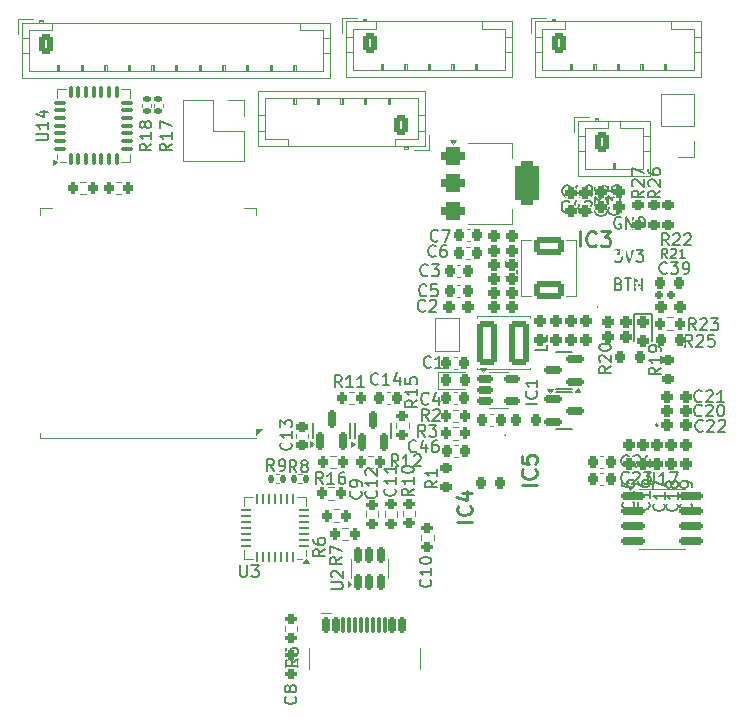
<source format=gbr>
%TF.GenerationSoftware,KiCad,Pcbnew,9.0.2-9.0.2-0~ubuntu24.04.1*%
%TF.CreationDate,2025-07-25T01:35:49+02:00*%
%TF.ProjectId,Pilot6Axis_v2,50696c6f-7436-4417-9869-735f76322e6b,rev?*%
%TF.SameCoordinates,Original*%
%TF.FileFunction,Legend,Top*%
%TF.FilePolarity,Positive*%
%FSLAX46Y46*%
G04 Gerber Fmt 4.6, Leading zero omitted, Abs format (unit mm)*
G04 Created by KiCad (PCBNEW 9.0.2-9.0.2-0~ubuntu24.04.1) date 2025-07-25 01:35:49*
%MOMM*%
%LPD*%
G01*
G04 APERTURE LIST*
G04 Aperture macros list*
%AMRoundRect*
0 Rectangle with rounded corners*
0 $1 Rounding radius*
0 $2 $3 $4 $5 $6 $7 $8 $9 X,Y pos of 4 corners*
0 Add a 4 corners polygon primitive as box body*
4,1,4,$2,$3,$4,$5,$6,$7,$8,$9,$2,$3,0*
0 Add four circle primitives for the rounded corners*
1,1,$1+$1,$2,$3*
1,1,$1+$1,$4,$5*
1,1,$1+$1,$6,$7*
1,1,$1+$1,$8,$9*
0 Add four rect primitives between the rounded corners*
20,1,$1+$1,$2,$3,$4,$5,0*
20,1,$1+$1,$4,$5,$6,$7,0*
20,1,$1+$1,$6,$7,$8,$9,0*
20,1,$1+$1,$8,$9,$2,$3,0*%
%AMFreePoly0*
4,1,6,1.000000,0.000000,0.500000,-0.750000,-0.500000,-0.750000,-0.500000,0.750000,0.500000,0.750000,1.000000,0.000000,1.000000,0.000000,$1*%
%AMFreePoly1*
4,1,6,0.500000,-0.750000,-0.650000,-0.750000,-0.150000,0.000000,-0.650000,0.750000,0.500000,0.750000,0.500000,-0.750000,0.500000,-0.750000,$1*%
G04 Aperture macros list end*
%ADD10C,0.200000*%
%ADD11C,0.150000*%
%ADD12C,0.254000*%
%ADD13C,0.120000*%
%ADD14C,0.100000*%
%ADD15RoundRect,0.200000X0.200000X0.275000X-0.200000X0.275000X-0.200000X-0.275000X0.200000X-0.275000X0*%
%ADD16RoundRect,0.200000X-0.200000X-0.275000X0.200000X-0.275000X0.200000X0.275000X-0.200000X0.275000X0*%
%ADD17RoundRect,0.244000X-0.269000X0.244000X-0.269000X-0.244000X0.269000X-0.244000X0.269000X0.244000X0*%
%ADD18RoundRect,0.135000X-0.135000X-0.185000X0.135000X-0.185000X0.135000X0.185000X-0.135000X0.185000X0*%
%ADD19RoundRect,0.225000X-0.225000X-0.250000X0.225000X-0.250000X0.225000X0.250000X-0.225000X0.250000X0*%
%ADD20RoundRect,0.200000X0.275000X-0.200000X0.275000X0.200000X-0.275000X0.200000X-0.275000X-0.200000X0*%
%ADD21RoundRect,0.250000X-0.350000X-0.625000X0.350000X-0.625000X0.350000X0.625000X-0.350000X0.625000X0*%
%ADD22O,1.200000X1.750000*%
%ADD23RoundRect,0.244000X-0.244000X-0.269000X0.244000X-0.269000X0.244000X0.269000X-0.244000X0.269000X0*%
%ADD24C,0.650000*%
%ADD25RoundRect,0.150000X-0.150000X-0.500000X0.150000X-0.500000X0.150000X0.500000X-0.150000X0.500000X0*%
%ADD26RoundRect,0.075000X-0.075000X-0.575000X0.075000X-0.575000X0.075000X0.575000X-0.075000X0.575000X0*%
%ADD27O,1.000000X2.100000*%
%ADD28O,1.000000X1.600000*%
%ADD29RoundRect,0.219000X0.294000X-0.219000X0.294000X0.219000X-0.294000X0.219000X-0.294000X-0.219000X0*%
%ADD30RoundRect,0.150000X0.150000X-0.590000X0.150000X0.590000X-0.150000X0.590000X-0.150000X-0.590000X0*%
%ADD31RoundRect,0.200000X-0.275000X0.200000X-0.275000X-0.200000X0.275000X-0.200000X0.275000X0.200000X0*%
%ADD32RoundRect,0.135000X0.185000X-0.135000X0.185000X0.135000X-0.185000X0.135000X-0.185000X-0.135000X0*%
%ADD33RoundRect,0.225000X0.225000X0.250000X-0.225000X0.250000X-0.225000X-0.250000X0.225000X-0.250000X0*%
%ADD34RoundRect,0.244000X0.244000X0.269000X-0.244000X0.269000X-0.244000X-0.269000X0.244000X-0.269000X0*%
%ADD35RoundRect,0.219000X-0.294000X0.219000X-0.294000X-0.219000X0.294000X-0.219000X0.294000X0.219000X0*%
%ADD36RoundRect,0.218750X-0.218750X-0.256250X0.218750X-0.256250X0.218750X0.256250X-0.218750X0.256250X0*%
%ADD37RoundRect,0.239000X-0.274000X0.239000X-0.274000X-0.239000X0.274000X-0.239000X0.274000X0.239000X0*%
%ADD38R,0.750000X0.200000*%
%ADD39R,0.200000X0.750000*%
%ADD40R,2.850000X2.850000*%
%ADD41RoundRect,0.150000X-0.512500X-0.150000X0.512500X-0.150000X0.512500X0.150000X-0.512500X0.150000X0*%
%ADD42RoundRect,0.225000X-0.250000X0.225000X-0.250000X-0.225000X0.250000X-0.225000X0.250000X0.225000X0*%
%ADD43RoundRect,0.219000X-0.219000X-0.294000X0.219000X-0.294000X0.219000X0.294000X-0.219000X0.294000X0*%
%ADD44RoundRect,0.219000X0.219000X0.294000X-0.219000X0.294000X-0.219000X-0.294000X0.219000X-0.294000X0*%
%ADD45FreePoly0,270.000000*%
%ADD46FreePoly1,270.000000*%
%ADD47RoundRect,0.159000X-0.159000X-0.189000X0.159000X-0.189000X0.159000X0.189000X-0.159000X0.189000X0*%
%ADD48RoundRect,0.250000X0.350000X0.625000X-0.350000X0.625000X-0.350000X-0.625000X0.350000X-0.625000X0*%
%ADD49RoundRect,0.150000X-0.825000X-0.150000X0.825000X-0.150000X0.825000X0.150000X-0.825000X0.150000X0*%
%ADD50RoundRect,0.075000X0.075000X-0.437500X0.075000X0.437500X-0.075000X0.437500X-0.075000X-0.437500X0*%
%ADD51RoundRect,0.075000X0.437500X-0.075000X0.437500X0.075000X-0.437500X0.075000X-0.437500X-0.075000X0*%
%ADD52R,4.250000X4.250000*%
%ADD53R,1.700000X1.700000*%
%ADD54C,1.700000*%
%ADD55R,0.490000X0.300000*%
%ADD56R,0.250000X0.550000*%
%ADD57R,0.200000X0.550000*%
%ADD58R,0.600000X0.300000*%
%ADD59R,0.200000X0.600000*%
%ADD60R,0.200000X0.700000*%
%ADD61R,0.600000X0.200000*%
%ADD62R,0.200000X0.650000*%
%ADD63R,0.200000X0.680000*%
%ADD64R,1.000000X0.200000*%
%ADD65R,0.700000X0.200000*%
%ADD66RoundRect,0.150000X0.150000X-0.512500X0.150000X0.512500X-0.150000X0.512500X-0.150000X-0.512500X0*%
%ADD67RoundRect,0.150000X0.590000X0.150000X-0.590000X0.150000X-0.590000X-0.150000X0.590000X-0.150000X0*%
%ADD68RoundRect,0.062500X0.337500X0.062500X-0.337500X0.062500X-0.337500X-0.062500X0.337500X-0.062500X0*%
%ADD69RoundRect,0.062500X0.062500X0.337500X-0.062500X0.337500X-0.062500X-0.337500X0.062500X-0.337500X0*%
%ADD70R,3.350000X3.350000*%
%ADD71RoundRect,0.250000X-0.600000X-1.600000X0.600000X-1.600000X0.600000X1.600000X-0.600000X1.600000X0*%
%ADD72RoundRect,0.250001X0.999999X-0.499999X0.999999X0.499999X-0.999999X0.499999X-0.999999X-0.499999X0*%
%ADD73R,1.500000X0.900000*%
%ADD74R,0.900000X1.500000*%
%ADD75C,0.600000*%
%ADD76R,3.800000X3.800000*%
%ADD77RoundRect,0.375000X-0.625000X-0.375000X0.625000X-0.375000X0.625000X0.375000X-0.625000X0.375000X0*%
%ADD78RoundRect,0.500000X-0.500000X-1.400000X0.500000X-1.400000X0.500000X1.400000X-0.500000X1.400000X0*%
%ADD79RoundRect,0.150000X-0.590000X-0.150000X0.590000X-0.150000X0.590000X0.150000X-0.590000X0.150000X0*%
%ADD80RoundRect,0.244000X0.269000X-0.244000X0.269000X0.244000X-0.269000X0.244000X-0.269000X-0.244000X0*%
G04 APERTURE END LIST*
D10*
X175043482Y-80514838D02*
X174948244Y-80467219D01*
X174948244Y-80467219D02*
X174805387Y-80467219D01*
X174805387Y-80467219D02*
X174662530Y-80514838D01*
X174662530Y-80514838D02*
X174567292Y-80610076D01*
X174567292Y-80610076D02*
X174519673Y-80705314D01*
X174519673Y-80705314D02*
X174472054Y-80895790D01*
X174472054Y-80895790D02*
X174472054Y-81038647D01*
X174472054Y-81038647D02*
X174519673Y-81229123D01*
X174519673Y-81229123D02*
X174567292Y-81324361D01*
X174567292Y-81324361D02*
X174662530Y-81419600D01*
X174662530Y-81419600D02*
X174805387Y-81467219D01*
X174805387Y-81467219D02*
X174900625Y-81467219D01*
X174900625Y-81467219D02*
X175043482Y-81419600D01*
X175043482Y-81419600D02*
X175091101Y-81371980D01*
X175091101Y-81371980D02*
X175091101Y-81038647D01*
X175091101Y-81038647D02*
X174900625Y-81038647D01*
X175519673Y-81467219D02*
X175519673Y-80467219D01*
X175519673Y-80467219D02*
X176091101Y-81467219D01*
X176091101Y-81467219D02*
X176091101Y-80467219D01*
X176567292Y-81467219D02*
X176567292Y-80467219D01*
X176567292Y-80467219D02*
X176805387Y-80467219D01*
X176805387Y-80467219D02*
X176948244Y-80514838D01*
X176948244Y-80514838D02*
X177043482Y-80610076D01*
X177043482Y-80610076D02*
X177091101Y-80705314D01*
X177091101Y-80705314D02*
X177138720Y-80895790D01*
X177138720Y-80895790D02*
X177138720Y-81038647D01*
X177138720Y-81038647D02*
X177091101Y-81229123D01*
X177091101Y-81229123D02*
X177043482Y-81324361D01*
X177043482Y-81324361D02*
X176948244Y-81419600D01*
X176948244Y-81419600D02*
X176805387Y-81467219D01*
X176805387Y-81467219D02*
X176567292Y-81467219D01*
X174853006Y-86143409D02*
X174995863Y-86191028D01*
X174995863Y-86191028D02*
X175043482Y-86238647D01*
X175043482Y-86238647D02*
X175091101Y-86333885D01*
X175091101Y-86333885D02*
X175091101Y-86476742D01*
X175091101Y-86476742D02*
X175043482Y-86571980D01*
X175043482Y-86571980D02*
X174995863Y-86619600D01*
X174995863Y-86619600D02*
X174900625Y-86667219D01*
X174900625Y-86667219D02*
X174519673Y-86667219D01*
X174519673Y-86667219D02*
X174519673Y-85667219D01*
X174519673Y-85667219D02*
X174853006Y-85667219D01*
X174853006Y-85667219D02*
X174948244Y-85714838D01*
X174948244Y-85714838D02*
X174995863Y-85762457D01*
X174995863Y-85762457D02*
X175043482Y-85857695D01*
X175043482Y-85857695D02*
X175043482Y-85952933D01*
X175043482Y-85952933D02*
X174995863Y-86048171D01*
X174995863Y-86048171D02*
X174948244Y-86095790D01*
X174948244Y-86095790D02*
X174853006Y-86143409D01*
X174853006Y-86143409D02*
X174519673Y-86143409D01*
X175376816Y-85667219D02*
X175948244Y-85667219D01*
X175662530Y-86667219D02*
X175662530Y-85667219D01*
X176281578Y-86667219D02*
X176281578Y-85667219D01*
X176281578Y-85667219D02*
X176853006Y-86667219D01*
X176853006Y-86667219D02*
X176853006Y-85667219D01*
X174524435Y-83267219D02*
X175143482Y-83267219D01*
X175143482Y-83267219D02*
X174810149Y-83648171D01*
X174810149Y-83648171D02*
X174953006Y-83648171D01*
X174953006Y-83648171D02*
X175048244Y-83695790D01*
X175048244Y-83695790D02*
X175095863Y-83743409D01*
X175095863Y-83743409D02*
X175143482Y-83838647D01*
X175143482Y-83838647D02*
X175143482Y-84076742D01*
X175143482Y-84076742D02*
X175095863Y-84171980D01*
X175095863Y-84171980D02*
X175048244Y-84219600D01*
X175048244Y-84219600D02*
X174953006Y-84267219D01*
X174953006Y-84267219D02*
X174667292Y-84267219D01*
X174667292Y-84267219D02*
X174572054Y-84219600D01*
X174572054Y-84219600D02*
X174524435Y-84171980D01*
X175429197Y-83267219D02*
X175762530Y-84267219D01*
X175762530Y-84267219D02*
X176095863Y-83267219D01*
X176333959Y-83267219D02*
X176953006Y-83267219D01*
X176953006Y-83267219D02*
X176619673Y-83648171D01*
X176619673Y-83648171D02*
X176762530Y-83648171D01*
X176762530Y-83648171D02*
X176857768Y-83695790D01*
X176857768Y-83695790D02*
X176905387Y-83743409D01*
X176905387Y-83743409D02*
X176953006Y-83838647D01*
X176953006Y-83838647D02*
X176953006Y-84076742D01*
X176953006Y-84076742D02*
X176905387Y-84171980D01*
X176905387Y-84171980D02*
X176857768Y-84219600D01*
X176857768Y-84219600D02*
X176762530Y-84267219D01*
X176762530Y-84267219D02*
X176476816Y-84267219D01*
X176476816Y-84267219D02*
X176381578Y-84219600D01*
X176381578Y-84219600D02*
X176333959Y-84171980D01*
D11*
X149818342Y-103085619D02*
X149485009Y-102609428D01*
X149246914Y-103085619D02*
X149246914Y-102085619D01*
X149246914Y-102085619D02*
X149627866Y-102085619D01*
X149627866Y-102085619D02*
X149723104Y-102133238D01*
X149723104Y-102133238D02*
X149770723Y-102180857D01*
X149770723Y-102180857D02*
X149818342Y-102276095D01*
X149818342Y-102276095D02*
X149818342Y-102418952D01*
X149818342Y-102418952D02*
X149770723Y-102514190D01*
X149770723Y-102514190D02*
X149723104Y-102561809D01*
X149723104Y-102561809D02*
X149627866Y-102609428D01*
X149627866Y-102609428D02*
X149246914Y-102609428D01*
X150770723Y-103085619D02*
X150199295Y-103085619D01*
X150485009Y-103085619D02*
X150485009Y-102085619D01*
X150485009Y-102085619D02*
X150389771Y-102228476D01*
X150389771Y-102228476D02*
X150294533Y-102323714D01*
X150294533Y-102323714D02*
X150199295Y-102371333D01*
X151627866Y-102085619D02*
X151437390Y-102085619D01*
X151437390Y-102085619D02*
X151342152Y-102133238D01*
X151342152Y-102133238D02*
X151294533Y-102180857D01*
X151294533Y-102180857D02*
X151199295Y-102323714D01*
X151199295Y-102323714D02*
X151151676Y-102514190D01*
X151151676Y-102514190D02*
X151151676Y-102895142D01*
X151151676Y-102895142D02*
X151199295Y-102990380D01*
X151199295Y-102990380D02*
X151246914Y-103038000D01*
X151246914Y-103038000D02*
X151342152Y-103085619D01*
X151342152Y-103085619D02*
X151532628Y-103085619D01*
X151532628Y-103085619D02*
X151627866Y-103038000D01*
X151627866Y-103038000D02*
X151675485Y-102990380D01*
X151675485Y-102990380D02*
X151723104Y-102895142D01*
X151723104Y-102895142D02*
X151723104Y-102657047D01*
X151723104Y-102657047D02*
X151675485Y-102561809D01*
X151675485Y-102561809D02*
X151627866Y-102514190D01*
X151627866Y-102514190D02*
X151532628Y-102466571D01*
X151532628Y-102466571D02*
X151342152Y-102466571D01*
X151342152Y-102466571D02*
X151246914Y-102514190D01*
X151246914Y-102514190D02*
X151199295Y-102561809D01*
X151199295Y-102561809D02*
X151151676Y-102657047D01*
X181395162Y-90057619D02*
X181061829Y-89581428D01*
X180823734Y-90057619D02*
X180823734Y-89057619D01*
X180823734Y-89057619D02*
X181204686Y-89057619D01*
X181204686Y-89057619D02*
X181299924Y-89105238D01*
X181299924Y-89105238D02*
X181347543Y-89152857D01*
X181347543Y-89152857D02*
X181395162Y-89248095D01*
X181395162Y-89248095D02*
X181395162Y-89390952D01*
X181395162Y-89390952D02*
X181347543Y-89486190D01*
X181347543Y-89486190D02*
X181299924Y-89533809D01*
X181299924Y-89533809D02*
X181204686Y-89581428D01*
X181204686Y-89581428D02*
X180823734Y-89581428D01*
X181776115Y-89152857D02*
X181823734Y-89105238D01*
X181823734Y-89105238D02*
X181918972Y-89057619D01*
X181918972Y-89057619D02*
X182157067Y-89057619D01*
X182157067Y-89057619D02*
X182252305Y-89105238D01*
X182252305Y-89105238D02*
X182299924Y-89152857D01*
X182299924Y-89152857D02*
X182347543Y-89248095D01*
X182347543Y-89248095D02*
X182347543Y-89343333D01*
X182347543Y-89343333D02*
X182299924Y-89486190D01*
X182299924Y-89486190D02*
X181728496Y-90057619D01*
X181728496Y-90057619D02*
X182347543Y-90057619D01*
X182680877Y-89057619D02*
X183299924Y-89057619D01*
X183299924Y-89057619D02*
X182966591Y-89438571D01*
X182966591Y-89438571D02*
X183109448Y-89438571D01*
X183109448Y-89438571D02*
X183204686Y-89486190D01*
X183204686Y-89486190D02*
X183252305Y-89533809D01*
X183252305Y-89533809D02*
X183299924Y-89629047D01*
X183299924Y-89629047D02*
X183299924Y-89867142D01*
X183299924Y-89867142D02*
X183252305Y-89962380D01*
X183252305Y-89962380D02*
X183204686Y-90010000D01*
X183204686Y-90010000D02*
X183109448Y-90057619D01*
X183109448Y-90057619D02*
X182823734Y-90057619D01*
X182823734Y-90057619D02*
X182728496Y-90010000D01*
X182728496Y-90010000D02*
X182680877Y-89962380D01*
X178697600Y-104745657D02*
X178745220Y-104793276D01*
X178745220Y-104793276D02*
X178792839Y-104936133D01*
X178792839Y-104936133D02*
X178792839Y-105031371D01*
X178792839Y-105031371D02*
X178745220Y-105174228D01*
X178745220Y-105174228D02*
X178649981Y-105269466D01*
X178649981Y-105269466D02*
X178554743Y-105317085D01*
X178554743Y-105317085D02*
X178364267Y-105364704D01*
X178364267Y-105364704D02*
X178221410Y-105364704D01*
X178221410Y-105364704D02*
X178030934Y-105317085D01*
X178030934Y-105317085D02*
X177935696Y-105269466D01*
X177935696Y-105269466D02*
X177840458Y-105174228D01*
X177840458Y-105174228D02*
X177792839Y-105031371D01*
X177792839Y-105031371D02*
X177792839Y-104936133D01*
X177792839Y-104936133D02*
X177840458Y-104793276D01*
X177840458Y-104793276D02*
X177888077Y-104745657D01*
X178792839Y-103793276D02*
X178792839Y-104364704D01*
X178792839Y-104078990D02*
X177792839Y-104078990D01*
X177792839Y-104078990D02*
X177935696Y-104174228D01*
X177935696Y-104174228D02*
X178030934Y-104269466D01*
X178030934Y-104269466D02*
X178078553Y-104364704D01*
X177792839Y-103459942D02*
X177792839Y-102793276D01*
X177792839Y-102793276D02*
X178792839Y-103221847D01*
X153020780Y-103697466D02*
X153068400Y-103745085D01*
X153068400Y-103745085D02*
X153116019Y-103887942D01*
X153116019Y-103887942D02*
X153116019Y-103983180D01*
X153116019Y-103983180D02*
X153068400Y-104126037D01*
X153068400Y-104126037D02*
X152973161Y-104221275D01*
X152973161Y-104221275D02*
X152877923Y-104268894D01*
X152877923Y-104268894D02*
X152687447Y-104316513D01*
X152687447Y-104316513D02*
X152544590Y-104316513D01*
X152544590Y-104316513D02*
X152354114Y-104268894D01*
X152354114Y-104268894D02*
X152258876Y-104221275D01*
X152258876Y-104221275D02*
X152163638Y-104126037D01*
X152163638Y-104126037D02*
X152116019Y-103983180D01*
X152116019Y-103983180D02*
X152116019Y-103887942D01*
X152116019Y-103887942D02*
X152163638Y-103745085D01*
X152163638Y-103745085D02*
X152211257Y-103697466D01*
X153116019Y-103221275D02*
X153116019Y-103030799D01*
X153116019Y-103030799D02*
X153068400Y-102935561D01*
X153068400Y-102935561D02*
X153020780Y-102887942D01*
X153020780Y-102887942D02*
X152877923Y-102792704D01*
X152877923Y-102792704D02*
X152687447Y-102745085D01*
X152687447Y-102745085D02*
X152306495Y-102745085D01*
X152306495Y-102745085D02*
X152211257Y-102792704D01*
X152211257Y-102792704D02*
X152163638Y-102840323D01*
X152163638Y-102840323D02*
X152116019Y-102935561D01*
X152116019Y-102935561D02*
X152116019Y-103126037D01*
X152116019Y-103126037D02*
X152163638Y-103221275D01*
X152163638Y-103221275D02*
X152211257Y-103268894D01*
X152211257Y-103268894D02*
X152306495Y-103316513D01*
X152306495Y-103316513D02*
X152544590Y-103316513D01*
X152544590Y-103316513D02*
X152639828Y-103268894D01*
X152639828Y-103268894D02*
X152687447Y-103221275D01*
X152687447Y-103221275D02*
X152735066Y-103126037D01*
X152735066Y-103126037D02*
X152735066Y-102935561D01*
X152735066Y-102935561D02*
X152687447Y-102840323D01*
X152687447Y-102840323D02*
X152639828Y-102792704D01*
X152639828Y-102792704D02*
X152544590Y-102745085D01*
X151418342Y-94885619D02*
X151085009Y-94409428D01*
X150846914Y-94885619D02*
X150846914Y-93885619D01*
X150846914Y-93885619D02*
X151227866Y-93885619D01*
X151227866Y-93885619D02*
X151323104Y-93933238D01*
X151323104Y-93933238D02*
X151370723Y-93980857D01*
X151370723Y-93980857D02*
X151418342Y-94076095D01*
X151418342Y-94076095D02*
X151418342Y-94218952D01*
X151418342Y-94218952D02*
X151370723Y-94314190D01*
X151370723Y-94314190D02*
X151323104Y-94361809D01*
X151323104Y-94361809D02*
X151227866Y-94409428D01*
X151227866Y-94409428D02*
X150846914Y-94409428D01*
X152370723Y-94885619D02*
X151799295Y-94885619D01*
X152085009Y-94885619D02*
X152085009Y-93885619D01*
X152085009Y-93885619D02*
X151989771Y-94028476D01*
X151989771Y-94028476D02*
X151894533Y-94123714D01*
X151894533Y-94123714D02*
X151799295Y-94171333D01*
X153323104Y-94885619D02*
X152751676Y-94885619D01*
X153037390Y-94885619D02*
X153037390Y-93885619D01*
X153037390Y-93885619D02*
X152942152Y-94028476D01*
X152942152Y-94028476D02*
X152846914Y-94123714D01*
X152846914Y-94123714D02*
X152751676Y-94171333D01*
X158494533Y-99085619D02*
X158161200Y-98609428D01*
X157923105Y-99085619D02*
X157923105Y-98085619D01*
X157923105Y-98085619D02*
X158304057Y-98085619D01*
X158304057Y-98085619D02*
X158399295Y-98133238D01*
X158399295Y-98133238D02*
X158446914Y-98180857D01*
X158446914Y-98180857D02*
X158494533Y-98276095D01*
X158494533Y-98276095D02*
X158494533Y-98418952D01*
X158494533Y-98418952D02*
X158446914Y-98514190D01*
X158446914Y-98514190D02*
X158399295Y-98561809D01*
X158399295Y-98561809D02*
X158304057Y-98609428D01*
X158304057Y-98609428D02*
X157923105Y-98609428D01*
X158827867Y-98085619D02*
X159446914Y-98085619D01*
X159446914Y-98085619D02*
X159113581Y-98466571D01*
X159113581Y-98466571D02*
X159256438Y-98466571D01*
X159256438Y-98466571D02*
X159351676Y-98514190D01*
X159351676Y-98514190D02*
X159399295Y-98561809D01*
X159399295Y-98561809D02*
X159446914Y-98657047D01*
X159446914Y-98657047D02*
X159446914Y-98895142D01*
X159446914Y-98895142D02*
X159399295Y-98990380D01*
X159399295Y-98990380D02*
X159351676Y-99038000D01*
X159351676Y-99038000D02*
X159256438Y-99085619D01*
X159256438Y-99085619D02*
X158970724Y-99085619D01*
X158970724Y-99085619D02*
X158875486Y-99038000D01*
X158875486Y-99038000D02*
X158827867Y-98990380D01*
X145694533Y-101985619D02*
X145361200Y-101509428D01*
X145123105Y-101985619D02*
X145123105Y-100985619D01*
X145123105Y-100985619D02*
X145504057Y-100985619D01*
X145504057Y-100985619D02*
X145599295Y-101033238D01*
X145599295Y-101033238D02*
X145646914Y-101080857D01*
X145646914Y-101080857D02*
X145694533Y-101176095D01*
X145694533Y-101176095D02*
X145694533Y-101318952D01*
X145694533Y-101318952D02*
X145646914Y-101414190D01*
X145646914Y-101414190D02*
X145599295Y-101461809D01*
X145599295Y-101461809D02*
X145504057Y-101509428D01*
X145504057Y-101509428D02*
X145123105Y-101509428D01*
X146170724Y-101985619D02*
X146361200Y-101985619D01*
X146361200Y-101985619D02*
X146456438Y-101938000D01*
X146456438Y-101938000D02*
X146504057Y-101890380D01*
X146504057Y-101890380D02*
X146599295Y-101747523D01*
X146599295Y-101747523D02*
X146646914Y-101557047D01*
X146646914Y-101557047D02*
X146646914Y-101176095D01*
X146646914Y-101176095D02*
X146599295Y-101080857D01*
X146599295Y-101080857D02*
X146551676Y-101033238D01*
X146551676Y-101033238D02*
X146456438Y-100985619D01*
X146456438Y-100985619D02*
X146265962Y-100985619D01*
X146265962Y-100985619D02*
X146170724Y-101033238D01*
X146170724Y-101033238D02*
X146123105Y-101080857D01*
X146123105Y-101080857D02*
X146075486Y-101176095D01*
X146075486Y-101176095D02*
X146075486Y-101414190D01*
X146075486Y-101414190D02*
X146123105Y-101509428D01*
X146123105Y-101509428D02*
X146170724Y-101557047D01*
X146170724Y-101557047D02*
X146265962Y-101604666D01*
X146265962Y-101604666D02*
X146456438Y-101604666D01*
X146456438Y-101604666D02*
X146551676Y-101557047D01*
X146551676Y-101557047D02*
X146599295Y-101509428D01*
X146599295Y-101509428D02*
X146646914Y-101414190D01*
X159371353Y-83762380D02*
X159323734Y-83810000D01*
X159323734Y-83810000D02*
X159180877Y-83857619D01*
X159180877Y-83857619D02*
X159085639Y-83857619D01*
X159085639Y-83857619D02*
X158942782Y-83810000D01*
X158942782Y-83810000D02*
X158847544Y-83714761D01*
X158847544Y-83714761D02*
X158799925Y-83619523D01*
X158799925Y-83619523D02*
X158752306Y-83429047D01*
X158752306Y-83429047D02*
X158752306Y-83286190D01*
X158752306Y-83286190D02*
X158799925Y-83095714D01*
X158799925Y-83095714D02*
X158847544Y-83000476D01*
X158847544Y-83000476D02*
X158942782Y-82905238D01*
X158942782Y-82905238D02*
X159085639Y-82857619D01*
X159085639Y-82857619D02*
X159180877Y-82857619D01*
X159180877Y-82857619D02*
X159323734Y-82905238D01*
X159323734Y-82905238D02*
X159371353Y-82952857D01*
X160228496Y-82857619D02*
X160038020Y-82857619D01*
X160038020Y-82857619D02*
X159942782Y-82905238D01*
X159942782Y-82905238D02*
X159895163Y-82952857D01*
X159895163Y-82952857D02*
X159799925Y-83095714D01*
X159799925Y-83095714D02*
X159752306Y-83286190D01*
X159752306Y-83286190D02*
X159752306Y-83667142D01*
X159752306Y-83667142D02*
X159799925Y-83762380D01*
X159799925Y-83762380D02*
X159847544Y-83810000D01*
X159847544Y-83810000D02*
X159942782Y-83857619D01*
X159942782Y-83857619D02*
X160133258Y-83857619D01*
X160133258Y-83857619D02*
X160228496Y-83810000D01*
X160228496Y-83810000D02*
X160276115Y-83762380D01*
X160276115Y-83762380D02*
X160323734Y-83667142D01*
X160323734Y-83667142D02*
X160323734Y-83429047D01*
X160323734Y-83429047D02*
X160276115Y-83333809D01*
X160276115Y-83333809D02*
X160228496Y-83286190D01*
X160228496Y-83286190D02*
X160133258Y-83238571D01*
X160133258Y-83238571D02*
X159942782Y-83238571D01*
X159942782Y-83238571D02*
X159847544Y-83286190D01*
X159847544Y-83286190D02*
X159799925Y-83333809D01*
X159799925Y-83333809D02*
X159752306Y-83429047D01*
X147490780Y-121087466D02*
X147538400Y-121135085D01*
X147538400Y-121135085D02*
X147586019Y-121277942D01*
X147586019Y-121277942D02*
X147586019Y-121373180D01*
X147586019Y-121373180D02*
X147538400Y-121516037D01*
X147538400Y-121516037D02*
X147443161Y-121611275D01*
X147443161Y-121611275D02*
X147347923Y-121658894D01*
X147347923Y-121658894D02*
X147157447Y-121706513D01*
X147157447Y-121706513D02*
X147014590Y-121706513D01*
X147014590Y-121706513D02*
X146824114Y-121658894D01*
X146824114Y-121658894D02*
X146728876Y-121611275D01*
X146728876Y-121611275D02*
X146633638Y-121516037D01*
X146633638Y-121516037D02*
X146586019Y-121373180D01*
X146586019Y-121373180D02*
X146586019Y-121277942D01*
X146586019Y-121277942D02*
X146633638Y-121135085D01*
X146633638Y-121135085D02*
X146681257Y-121087466D01*
X147014590Y-120516037D02*
X146966971Y-120611275D01*
X146966971Y-120611275D02*
X146919352Y-120658894D01*
X146919352Y-120658894D02*
X146824114Y-120706513D01*
X146824114Y-120706513D02*
X146776495Y-120706513D01*
X146776495Y-120706513D02*
X146681257Y-120658894D01*
X146681257Y-120658894D02*
X146633638Y-120611275D01*
X146633638Y-120611275D02*
X146586019Y-120516037D01*
X146586019Y-120516037D02*
X146586019Y-120325561D01*
X146586019Y-120325561D02*
X146633638Y-120230323D01*
X146633638Y-120230323D02*
X146681257Y-120182704D01*
X146681257Y-120182704D02*
X146776495Y-120135085D01*
X146776495Y-120135085D02*
X146824114Y-120135085D01*
X146824114Y-120135085D02*
X146919352Y-120182704D01*
X146919352Y-120182704D02*
X146966971Y-120230323D01*
X146966971Y-120230323D02*
X147014590Y-120325561D01*
X147014590Y-120325561D02*
X147014590Y-120516037D01*
X147014590Y-120516037D02*
X147062209Y-120611275D01*
X147062209Y-120611275D02*
X147109828Y-120658894D01*
X147109828Y-120658894D02*
X147205066Y-120706513D01*
X147205066Y-120706513D02*
X147395542Y-120706513D01*
X147395542Y-120706513D02*
X147490780Y-120658894D01*
X147490780Y-120658894D02*
X147538400Y-120611275D01*
X147538400Y-120611275D02*
X147586019Y-120516037D01*
X147586019Y-120516037D02*
X147586019Y-120325561D01*
X147586019Y-120325561D02*
X147538400Y-120230323D01*
X147538400Y-120230323D02*
X147490780Y-120182704D01*
X147490780Y-120182704D02*
X147395542Y-120135085D01*
X147395542Y-120135085D02*
X147205066Y-120135085D01*
X147205066Y-120135085D02*
X147109828Y-120182704D01*
X147109828Y-120182704D02*
X147062209Y-120230323D01*
X147062209Y-120230323D02*
X147014590Y-120325561D01*
X181995162Y-98562380D02*
X181947543Y-98610000D01*
X181947543Y-98610000D02*
X181804686Y-98657619D01*
X181804686Y-98657619D02*
X181709448Y-98657619D01*
X181709448Y-98657619D02*
X181566591Y-98610000D01*
X181566591Y-98610000D02*
X181471353Y-98514761D01*
X181471353Y-98514761D02*
X181423734Y-98419523D01*
X181423734Y-98419523D02*
X181376115Y-98229047D01*
X181376115Y-98229047D02*
X181376115Y-98086190D01*
X181376115Y-98086190D02*
X181423734Y-97895714D01*
X181423734Y-97895714D02*
X181471353Y-97800476D01*
X181471353Y-97800476D02*
X181566591Y-97705238D01*
X181566591Y-97705238D02*
X181709448Y-97657619D01*
X181709448Y-97657619D02*
X181804686Y-97657619D01*
X181804686Y-97657619D02*
X181947543Y-97705238D01*
X181947543Y-97705238D02*
X181995162Y-97752857D01*
X182376115Y-97752857D02*
X182423734Y-97705238D01*
X182423734Y-97705238D02*
X182518972Y-97657619D01*
X182518972Y-97657619D02*
X182757067Y-97657619D01*
X182757067Y-97657619D02*
X182852305Y-97705238D01*
X182852305Y-97705238D02*
X182899924Y-97752857D01*
X182899924Y-97752857D02*
X182947543Y-97848095D01*
X182947543Y-97848095D02*
X182947543Y-97943333D01*
X182947543Y-97943333D02*
X182899924Y-98086190D01*
X182899924Y-98086190D02*
X182328496Y-98657619D01*
X182328496Y-98657619D02*
X182947543Y-98657619D01*
X183328496Y-97752857D02*
X183376115Y-97705238D01*
X183376115Y-97705238D02*
X183471353Y-97657619D01*
X183471353Y-97657619D02*
X183709448Y-97657619D01*
X183709448Y-97657619D02*
X183804686Y-97705238D01*
X183804686Y-97705238D02*
X183852305Y-97752857D01*
X183852305Y-97752857D02*
X183899924Y-97848095D01*
X183899924Y-97848095D02*
X183899924Y-97943333D01*
X183899924Y-97943333D02*
X183852305Y-98086190D01*
X183852305Y-98086190D02*
X183280877Y-98657619D01*
X183280877Y-98657619D02*
X183899924Y-98657619D01*
X151416019Y-109297466D02*
X150939828Y-109630799D01*
X151416019Y-109868894D02*
X150416019Y-109868894D01*
X150416019Y-109868894D02*
X150416019Y-109487942D01*
X150416019Y-109487942D02*
X150463638Y-109392704D01*
X150463638Y-109392704D02*
X150511257Y-109345085D01*
X150511257Y-109345085D02*
X150606495Y-109297466D01*
X150606495Y-109297466D02*
X150749352Y-109297466D01*
X150749352Y-109297466D02*
X150844590Y-109345085D01*
X150844590Y-109345085D02*
X150892209Y-109392704D01*
X150892209Y-109392704D02*
X150939828Y-109487942D01*
X150939828Y-109487942D02*
X150939828Y-109868894D01*
X150416019Y-108964132D02*
X150416019Y-108297466D01*
X150416019Y-108297466D02*
X151416019Y-108726037D01*
X178392839Y-78245657D02*
X177916648Y-78578990D01*
X178392839Y-78817085D02*
X177392839Y-78817085D01*
X177392839Y-78817085D02*
X177392839Y-78436133D01*
X177392839Y-78436133D02*
X177440458Y-78340895D01*
X177440458Y-78340895D02*
X177488077Y-78293276D01*
X177488077Y-78293276D02*
X177583315Y-78245657D01*
X177583315Y-78245657D02*
X177726172Y-78245657D01*
X177726172Y-78245657D02*
X177821410Y-78293276D01*
X177821410Y-78293276D02*
X177869029Y-78340895D01*
X177869029Y-78340895D02*
X177916648Y-78436133D01*
X177916648Y-78436133D02*
X177916648Y-78817085D01*
X177488077Y-77864704D02*
X177440458Y-77817085D01*
X177440458Y-77817085D02*
X177392839Y-77721847D01*
X177392839Y-77721847D02*
X177392839Y-77483752D01*
X177392839Y-77483752D02*
X177440458Y-77388514D01*
X177440458Y-77388514D02*
X177488077Y-77340895D01*
X177488077Y-77340895D02*
X177583315Y-77293276D01*
X177583315Y-77293276D02*
X177678553Y-77293276D01*
X177678553Y-77293276D02*
X177821410Y-77340895D01*
X177821410Y-77340895D02*
X178392839Y-77912323D01*
X178392839Y-77912323D02*
X178392839Y-77293276D01*
X177392839Y-76436133D02*
X177392839Y-76626609D01*
X177392839Y-76626609D02*
X177440458Y-76721847D01*
X177440458Y-76721847D02*
X177488077Y-76769466D01*
X177488077Y-76769466D02*
X177630934Y-76864704D01*
X177630934Y-76864704D02*
X177821410Y-76912323D01*
X177821410Y-76912323D02*
X178202362Y-76912323D01*
X178202362Y-76912323D02*
X178297600Y-76864704D01*
X178297600Y-76864704D02*
X178345220Y-76817085D01*
X178345220Y-76817085D02*
X178392839Y-76721847D01*
X178392839Y-76721847D02*
X178392839Y-76531371D01*
X178392839Y-76531371D02*
X178345220Y-76436133D01*
X178345220Y-76436133D02*
X178297600Y-76388514D01*
X178297600Y-76388514D02*
X178202362Y-76340895D01*
X178202362Y-76340895D02*
X177964267Y-76340895D01*
X177964267Y-76340895D02*
X177869029Y-76388514D01*
X177869029Y-76388514D02*
X177821410Y-76436133D01*
X177821410Y-76436133D02*
X177773791Y-76531371D01*
X177773791Y-76531371D02*
X177773791Y-76721847D01*
X177773791Y-76721847D02*
X177821410Y-76817085D01*
X177821410Y-76817085D02*
X177869029Y-76864704D01*
X177869029Y-76864704D02*
X177964267Y-76912323D01*
X179797600Y-104745657D02*
X179845220Y-104793276D01*
X179845220Y-104793276D02*
X179892839Y-104936133D01*
X179892839Y-104936133D02*
X179892839Y-105031371D01*
X179892839Y-105031371D02*
X179845220Y-105174228D01*
X179845220Y-105174228D02*
X179749981Y-105269466D01*
X179749981Y-105269466D02*
X179654743Y-105317085D01*
X179654743Y-105317085D02*
X179464267Y-105364704D01*
X179464267Y-105364704D02*
X179321410Y-105364704D01*
X179321410Y-105364704D02*
X179130934Y-105317085D01*
X179130934Y-105317085D02*
X179035696Y-105269466D01*
X179035696Y-105269466D02*
X178940458Y-105174228D01*
X178940458Y-105174228D02*
X178892839Y-105031371D01*
X178892839Y-105031371D02*
X178892839Y-104936133D01*
X178892839Y-104936133D02*
X178940458Y-104793276D01*
X178940458Y-104793276D02*
X178988077Y-104745657D01*
X179892839Y-103793276D02*
X179892839Y-104364704D01*
X179892839Y-104078990D02*
X178892839Y-104078990D01*
X178892839Y-104078990D02*
X179035696Y-104174228D01*
X179035696Y-104174228D02*
X179130934Y-104269466D01*
X179130934Y-104269466D02*
X179178553Y-104364704D01*
X179321410Y-103221847D02*
X179273791Y-103317085D01*
X179273791Y-103317085D02*
X179226172Y-103364704D01*
X179226172Y-103364704D02*
X179130934Y-103412323D01*
X179130934Y-103412323D02*
X179083315Y-103412323D01*
X179083315Y-103412323D02*
X178988077Y-103364704D01*
X178988077Y-103364704D02*
X178940458Y-103317085D01*
X178940458Y-103317085D02*
X178892839Y-103221847D01*
X178892839Y-103221847D02*
X178892839Y-103031371D01*
X178892839Y-103031371D02*
X178940458Y-102936133D01*
X178940458Y-102936133D02*
X178988077Y-102888514D01*
X178988077Y-102888514D02*
X179083315Y-102840895D01*
X179083315Y-102840895D02*
X179130934Y-102840895D01*
X179130934Y-102840895D02*
X179226172Y-102888514D01*
X179226172Y-102888514D02*
X179273791Y-102936133D01*
X179273791Y-102936133D02*
X179321410Y-103031371D01*
X179321410Y-103031371D02*
X179321410Y-103221847D01*
X179321410Y-103221847D02*
X179369029Y-103317085D01*
X179369029Y-103317085D02*
X179416648Y-103364704D01*
X179416648Y-103364704D02*
X179511886Y-103412323D01*
X179511886Y-103412323D02*
X179702362Y-103412323D01*
X179702362Y-103412323D02*
X179797600Y-103364704D01*
X179797600Y-103364704D02*
X179845220Y-103317085D01*
X179845220Y-103317085D02*
X179892839Y-103221847D01*
X179892839Y-103221847D02*
X179892839Y-103031371D01*
X179892839Y-103031371D02*
X179845220Y-102936133D01*
X179845220Y-102936133D02*
X179797600Y-102888514D01*
X179797600Y-102888514D02*
X179702362Y-102840895D01*
X179702362Y-102840895D02*
X179511886Y-102840895D01*
X179511886Y-102840895D02*
X179416648Y-102888514D01*
X179416648Y-102888514D02*
X179369029Y-102936133D01*
X179369029Y-102936133D02*
X179321410Y-103031371D01*
X177397600Y-104645657D02*
X177445220Y-104693276D01*
X177445220Y-104693276D02*
X177492839Y-104836133D01*
X177492839Y-104836133D02*
X177492839Y-104931371D01*
X177492839Y-104931371D02*
X177445220Y-105074228D01*
X177445220Y-105074228D02*
X177349981Y-105169466D01*
X177349981Y-105169466D02*
X177254743Y-105217085D01*
X177254743Y-105217085D02*
X177064267Y-105264704D01*
X177064267Y-105264704D02*
X176921410Y-105264704D01*
X176921410Y-105264704D02*
X176730934Y-105217085D01*
X176730934Y-105217085D02*
X176635696Y-105169466D01*
X176635696Y-105169466D02*
X176540458Y-105074228D01*
X176540458Y-105074228D02*
X176492839Y-104931371D01*
X176492839Y-104931371D02*
X176492839Y-104836133D01*
X176492839Y-104836133D02*
X176540458Y-104693276D01*
X176540458Y-104693276D02*
X176588077Y-104645657D01*
X177492839Y-103693276D02*
X177492839Y-104264704D01*
X177492839Y-103978990D02*
X176492839Y-103978990D01*
X176492839Y-103978990D02*
X176635696Y-104074228D01*
X176635696Y-104074228D02*
X176730934Y-104169466D01*
X176730934Y-104169466D02*
X176778553Y-104264704D01*
X176492839Y-102836133D02*
X176492839Y-103026609D01*
X176492839Y-103026609D02*
X176540458Y-103121847D01*
X176540458Y-103121847D02*
X176588077Y-103169466D01*
X176588077Y-103169466D02*
X176730934Y-103264704D01*
X176730934Y-103264704D02*
X176921410Y-103312323D01*
X176921410Y-103312323D02*
X177302362Y-103312323D01*
X177302362Y-103312323D02*
X177397600Y-103264704D01*
X177397600Y-103264704D02*
X177445220Y-103217085D01*
X177445220Y-103217085D02*
X177492839Y-103121847D01*
X177492839Y-103121847D02*
X177492839Y-102931371D01*
X177492839Y-102931371D02*
X177445220Y-102836133D01*
X177445220Y-102836133D02*
X177397600Y-102788514D01*
X177397600Y-102788514D02*
X177302362Y-102740895D01*
X177302362Y-102740895D02*
X177064267Y-102740895D01*
X177064267Y-102740895D02*
X176969029Y-102788514D01*
X176969029Y-102788514D02*
X176921410Y-102836133D01*
X176921410Y-102836133D02*
X176873791Y-102931371D01*
X176873791Y-102931371D02*
X176873791Y-103121847D01*
X176873791Y-103121847D02*
X176921410Y-103217085D01*
X176921410Y-103217085D02*
X176969029Y-103264704D01*
X176969029Y-103264704D02*
X177064267Y-103312323D01*
X156218342Y-101585619D02*
X155885009Y-101109428D01*
X155646914Y-101585619D02*
X155646914Y-100585619D01*
X155646914Y-100585619D02*
X156027866Y-100585619D01*
X156027866Y-100585619D02*
X156123104Y-100633238D01*
X156123104Y-100633238D02*
X156170723Y-100680857D01*
X156170723Y-100680857D02*
X156218342Y-100776095D01*
X156218342Y-100776095D02*
X156218342Y-100918952D01*
X156218342Y-100918952D02*
X156170723Y-101014190D01*
X156170723Y-101014190D02*
X156123104Y-101061809D01*
X156123104Y-101061809D02*
X156027866Y-101109428D01*
X156027866Y-101109428D02*
X155646914Y-101109428D01*
X157170723Y-101585619D02*
X156599295Y-101585619D01*
X156885009Y-101585619D02*
X156885009Y-100585619D01*
X156885009Y-100585619D02*
X156789771Y-100728476D01*
X156789771Y-100728476D02*
X156694533Y-100823714D01*
X156694533Y-100823714D02*
X156599295Y-100871333D01*
X157551676Y-100680857D02*
X157599295Y-100633238D01*
X157599295Y-100633238D02*
X157694533Y-100585619D01*
X157694533Y-100585619D02*
X157932628Y-100585619D01*
X157932628Y-100585619D02*
X158027866Y-100633238D01*
X158027866Y-100633238D02*
X158075485Y-100680857D01*
X158075485Y-100680857D02*
X158123104Y-100776095D01*
X158123104Y-100776095D02*
X158123104Y-100871333D01*
X158123104Y-100871333D02*
X158075485Y-101014190D01*
X158075485Y-101014190D02*
X157504057Y-101585619D01*
X157504057Y-101585619D02*
X158123104Y-101585619D01*
X157816019Y-95973657D02*
X157339828Y-96306990D01*
X157816019Y-96545085D02*
X156816019Y-96545085D01*
X156816019Y-96545085D02*
X156816019Y-96164133D01*
X156816019Y-96164133D02*
X156863638Y-96068895D01*
X156863638Y-96068895D02*
X156911257Y-96021276D01*
X156911257Y-96021276D02*
X157006495Y-95973657D01*
X157006495Y-95973657D02*
X157149352Y-95973657D01*
X157149352Y-95973657D02*
X157244590Y-96021276D01*
X157244590Y-96021276D02*
X157292209Y-96068895D01*
X157292209Y-96068895D02*
X157339828Y-96164133D01*
X157339828Y-96164133D02*
X157339828Y-96545085D01*
X157816019Y-95021276D02*
X157816019Y-95592704D01*
X157816019Y-95306990D02*
X156816019Y-95306990D01*
X156816019Y-95306990D02*
X156958876Y-95402228D01*
X156958876Y-95402228D02*
X157054114Y-95497466D01*
X157054114Y-95497466D02*
X157101733Y-95592704D01*
X156816019Y-94116514D02*
X156816019Y-94592704D01*
X156816019Y-94592704D02*
X157292209Y-94640323D01*
X157292209Y-94640323D02*
X157244590Y-94592704D01*
X157244590Y-94592704D02*
X157196971Y-94497466D01*
X157196971Y-94497466D02*
X157196971Y-94259371D01*
X157196971Y-94259371D02*
X157244590Y-94164133D01*
X157244590Y-94164133D02*
X157292209Y-94116514D01*
X157292209Y-94116514D02*
X157387447Y-94068895D01*
X157387447Y-94068895D02*
X157625542Y-94068895D01*
X157625542Y-94068895D02*
X157720780Y-94116514D01*
X157720780Y-94116514D02*
X157768400Y-94164133D01*
X157768400Y-94164133D02*
X157816019Y-94259371D01*
X157816019Y-94259371D02*
X157816019Y-94497466D01*
X157816019Y-94497466D02*
X157768400Y-94592704D01*
X157768400Y-94592704D02*
X157720780Y-94640323D01*
X137016019Y-74273657D02*
X136539828Y-74606990D01*
X137016019Y-74845085D02*
X136016019Y-74845085D01*
X136016019Y-74845085D02*
X136016019Y-74464133D01*
X136016019Y-74464133D02*
X136063638Y-74368895D01*
X136063638Y-74368895D02*
X136111257Y-74321276D01*
X136111257Y-74321276D02*
X136206495Y-74273657D01*
X136206495Y-74273657D02*
X136349352Y-74273657D01*
X136349352Y-74273657D02*
X136444590Y-74321276D01*
X136444590Y-74321276D02*
X136492209Y-74368895D01*
X136492209Y-74368895D02*
X136539828Y-74464133D01*
X136539828Y-74464133D02*
X136539828Y-74845085D01*
X137016019Y-73321276D02*
X137016019Y-73892704D01*
X137016019Y-73606990D02*
X136016019Y-73606990D01*
X136016019Y-73606990D02*
X136158876Y-73702228D01*
X136158876Y-73702228D02*
X136254114Y-73797466D01*
X136254114Y-73797466D02*
X136301733Y-73892704D01*
X136016019Y-72987942D02*
X136016019Y-72321276D01*
X136016019Y-72321276D02*
X137016019Y-72749847D01*
X158594533Y-87090380D02*
X158546914Y-87138000D01*
X158546914Y-87138000D02*
X158404057Y-87185619D01*
X158404057Y-87185619D02*
X158308819Y-87185619D01*
X158308819Y-87185619D02*
X158165962Y-87138000D01*
X158165962Y-87138000D02*
X158070724Y-87042761D01*
X158070724Y-87042761D02*
X158023105Y-86947523D01*
X158023105Y-86947523D02*
X157975486Y-86757047D01*
X157975486Y-86757047D02*
X157975486Y-86614190D01*
X157975486Y-86614190D02*
X158023105Y-86423714D01*
X158023105Y-86423714D02*
X158070724Y-86328476D01*
X158070724Y-86328476D02*
X158165962Y-86233238D01*
X158165962Y-86233238D02*
X158308819Y-86185619D01*
X158308819Y-86185619D02*
X158404057Y-86185619D01*
X158404057Y-86185619D02*
X158546914Y-86233238D01*
X158546914Y-86233238D02*
X158594533Y-86280857D01*
X159499295Y-86185619D02*
X159023105Y-86185619D01*
X159023105Y-86185619D02*
X158975486Y-86661809D01*
X158975486Y-86661809D02*
X159023105Y-86614190D01*
X159023105Y-86614190D02*
X159118343Y-86566571D01*
X159118343Y-86566571D02*
X159356438Y-86566571D01*
X159356438Y-86566571D02*
X159451676Y-86614190D01*
X159451676Y-86614190D02*
X159499295Y-86661809D01*
X159499295Y-86661809D02*
X159546914Y-86757047D01*
X159546914Y-86757047D02*
X159546914Y-86995142D01*
X159546914Y-86995142D02*
X159499295Y-87090380D01*
X159499295Y-87090380D02*
X159451676Y-87138000D01*
X159451676Y-87138000D02*
X159356438Y-87185619D01*
X159356438Y-87185619D02*
X159118343Y-87185619D01*
X159118343Y-87185619D02*
X159023105Y-87138000D01*
X159023105Y-87138000D02*
X158975486Y-87090380D01*
X158971353Y-93162380D02*
X158923734Y-93210000D01*
X158923734Y-93210000D02*
X158780877Y-93257619D01*
X158780877Y-93257619D02*
X158685639Y-93257619D01*
X158685639Y-93257619D02*
X158542782Y-93210000D01*
X158542782Y-93210000D02*
X158447544Y-93114761D01*
X158447544Y-93114761D02*
X158399925Y-93019523D01*
X158399925Y-93019523D02*
X158352306Y-92829047D01*
X158352306Y-92829047D02*
X158352306Y-92686190D01*
X158352306Y-92686190D02*
X158399925Y-92495714D01*
X158399925Y-92495714D02*
X158447544Y-92400476D01*
X158447544Y-92400476D02*
X158542782Y-92305238D01*
X158542782Y-92305238D02*
X158685639Y-92257619D01*
X158685639Y-92257619D02*
X158780877Y-92257619D01*
X158780877Y-92257619D02*
X158923734Y-92305238D01*
X158923734Y-92305238D02*
X158971353Y-92352857D01*
X159923734Y-93257619D02*
X159352306Y-93257619D01*
X159638020Y-93257619D02*
X159638020Y-92257619D01*
X159638020Y-92257619D02*
X159542782Y-92400476D01*
X159542782Y-92400476D02*
X159447544Y-92495714D01*
X159447544Y-92495714D02*
X159352306Y-92543333D01*
X154506300Y-94590380D02*
X154458681Y-94638000D01*
X154458681Y-94638000D02*
X154315824Y-94685619D01*
X154315824Y-94685619D02*
X154220586Y-94685619D01*
X154220586Y-94685619D02*
X154077729Y-94638000D01*
X154077729Y-94638000D02*
X153982491Y-94542761D01*
X153982491Y-94542761D02*
X153934872Y-94447523D01*
X153934872Y-94447523D02*
X153887253Y-94257047D01*
X153887253Y-94257047D02*
X153887253Y-94114190D01*
X153887253Y-94114190D02*
X153934872Y-93923714D01*
X153934872Y-93923714D02*
X153982491Y-93828476D01*
X153982491Y-93828476D02*
X154077729Y-93733238D01*
X154077729Y-93733238D02*
X154220586Y-93685619D01*
X154220586Y-93685619D02*
X154315824Y-93685619D01*
X154315824Y-93685619D02*
X154458681Y-93733238D01*
X154458681Y-93733238D02*
X154506300Y-93780857D01*
X155458681Y-94685619D02*
X154887253Y-94685619D01*
X155172967Y-94685619D02*
X155172967Y-93685619D01*
X155172967Y-93685619D02*
X155077729Y-93828476D01*
X155077729Y-93828476D02*
X154982491Y-93923714D01*
X154982491Y-93923714D02*
X154887253Y-93971333D01*
X156315824Y-94018952D02*
X156315824Y-94685619D01*
X156077729Y-93638000D02*
X155839634Y-94352285D01*
X155839634Y-94352285D02*
X156458681Y-94352285D01*
X159516019Y-102797466D02*
X159039828Y-103130799D01*
X159516019Y-103368894D02*
X158516019Y-103368894D01*
X158516019Y-103368894D02*
X158516019Y-102987942D01*
X158516019Y-102987942D02*
X158563638Y-102892704D01*
X158563638Y-102892704D02*
X158611257Y-102845085D01*
X158611257Y-102845085D02*
X158706495Y-102797466D01*
X158706495Y-102797466D02*
X158849352Y-102797466D01*
X158849352Y-102797466D02*
X158944590Y-102845085D01*
X158944590Y-102845085D02*
X158992209Y-102892704D01*
X158992209Y-102892704D02*
X159039828Y-102987942D01*
X159039828Y-102987942D02*
X159039828Y-103368894D01*
X159516019Y-101845085D02*
X159516019Y-102416513D01*
X159516019Y-102130799D02*
X158516019Y-102130799D01*
X158516019Y-102130799D02*
X158658876Y-102226037D01*
X158658876Y-102226037D02*
X158754114Y-102321275D01*
X158754114Y-102321275D02*
X158801733Y-102416513D01*
X158771353Y-97757619D02*
X158438020Y-97281428D01*
X158199925Y-97757619D02*
X158199925Y-96757619D01*
X158199925Y-96757619D02*
X158580877Y-96757619D01*
X158580877Y-96757619D02*
X158676115Y-96805238D01*
X158676115Y-96805238D02*
X158723734Y-96852857D01*
X158723734Y-96852857D02*
X158771353Y-96948095D01*
X158771353Y-96948095D02*
X158771353Y-97090952D01*
X158771353Y-97090952D02*
X158723734Y-97186190D01*
X158723734Y-97186190D02*
X158676115Y-97233809D01*
X158676115Y-97233809D02*
X158580877Y-97281428D01*
X158580877Y-97281428D02*
X158199925Y-97281428D01*
X159152306Y-96852857D02*
X159199925Y-96805238D01*
X159199925Y-96805238D02*
X159295163Y-96757619D01*
X159295163Y-96757619D02*
X159533258Y-96757619D01*
X159533258Y-96757619D02*
X159628496Y-96805238D01*
X159628496Y-96805238D02*
X159676115Y-96852857D01*
X159676115Y-96852857D02*
X159723734Y-96948095D01*
X159723734Y-96948095D02*
X159723734Y-97043333D01*
X159723734Y-97043333D02*
X159676115Y-97186190D01*
X159676115Y-97186190D02*
X159104687Y-97757619D01*
X159104687Y-97757619D02*
X159723734Y-97757619D01*
D12*
X174498257Y-96677118D02*
X174498257Y-95407118D01*
X175828734Y-96556165D02*
X175768258Y-96616642D01*
X175768258Y-96616642D02*
X175586829Y-96677118D01*
X175586829Y-96677118D02*
X175465877Y-96677118D01*
X175465877Y-96677118D02*
X175284448Y-96616642D01*
X175284448Y-96616642D02*
X175163496Y-96495689D01*
X175163496Y-96495689D02*
X175103019Y-96374737D01*
X175103019Y-96374737D02*
X175042543Y-96132832D01*
X175042543Y-96132832D02*
X175042543Y-95951403D01*
X175042543Y-95951403D02*
X175103019Y-95709499D01*
X175103019Y-95709499D02*
X175163496Y-95588546D01*
X175163496Y-95588546D02*
X175284448Y-95467594D01*
X175284448Y-95467594D02*
X175465877Y-95407118D01*
X175465877Y-95407118D02*
X175586829Y-95407118D01*
X175586829Y-95407118D02*
X175768258Y-95467594D01*
X175768258Y-95467594D02*
X175828734Y-95528070D01*
X176312543Y-95528070D02*
X176373019Y-95467594D01*
X176373019Y-95467594D02*
X176493972Y-95407118D01*
X176493972Y-95407118D02*
X176796353Y-95407118D01*
X176796353Y-95407118D02*
X176917305Y-95467594D01*
X176917305Y-95467594D02*
X176977781Y-95528070D01*
X176977781Y-95528070D02*
X177038258Y-95649022D01*
X177038258Y-95649022D02*
X177038258Y-95769975D01*
X177038258Y-95769975D02*
X176977781Y-95951403D01*
X176977781Y-95951403D02*
X176252067Y-96677118D01*
X176252067Y-96677118D02*
X177038258Y-96677118D01*
D11*
X170675162Y-79992380D02*
X170627543Y-80040000D01*
X170627543Y-80040000D02*
X170484686Y-80087619D01*
X170484686Y-80087619D02*
X170389448Y-80087619D01*
X170389448Y-80087619D02*
X170246591Y-80040000D01*
X170246591Y-80040000D02*
X170151353Y-79944761D01*
X170151353Y-79944761D02*
X170103734Y-79849523D01*
X170103734Y-79849523D02*
X170056115Y-79659047D01*
X170056115Y-79659047D02*
X170056115Y-79516190D01*
X170056115Y-79516190D02*
X170103734Y-79325714D01*
X170103734Y-79325714D02*
X170151353Y-79230476D01*
X170151353Y-79230476D02*
X170246591Y-79135238D01*
X170246591Y-79135238D02*
X170389448Y-79087619D01*
X170389448Y-79087619D02*
X170484686Y-79087619D01*
X170484686Y-79087619D02*
X170627543Y-79135238D01*
X170627543Y-79135238D02*
X170675162Y-79182857D01*
X171532305Y-79420952D02*
X171532305Y-80087619D01*
X171294210Y-79040000D02*
X171056115Y-79754285D01*
X171056115Y-79754285D02*
X171675162Y-79754285D01*
X172008496Y-79182857D02*
X172056115Y-79135238D01*
X172056115Y-79135238D02*
X172151353Y-79087619D01*
X172151353Y-79087619D02*
X172389448Y-79087619D01*
X172389448Y-79087619D02*
X172484686Y-79135238D01*
X172484686Y-79135238D02*
X172532305Y-79182857D01*
X172532305Y-79182857D02*
X172579924Y-79278095D01*
X172579924Y-79278095D02*
X172579924Y-79373333D01*
X172579924Y-79373333D02*
X172532305Y-79516190D01*
X172532305Y-79516190D02*
X171960877Y-80087619D01*
X171960877Y-80087619D02*
X172579924Y-80087619D01*
X167992839Y-96278989D02*
X166992839Y-96278989D01*
X167897600Y-95231371D02*
X167945220Y-95278990D01*
X167945220Y-95278990D02*
X167992839Y-95421847D01*
X167992839Y-95421847D02*
X167992839Y-95517085D01*
X167992839Y-95517085D02*
X167945220Y-95659942D01*
X167945220Y-95659942D02*
X167849981Y-95755180D01*
X167849981Y-95755180D02*
X167754743Y-95802799D01*
X167754743Y-95802799D02*
X167564267Y-95850418D01*
X167564267Y-95850418D02*
X167421410Y-95850418D01*
X167421410Y-95850418D02*
X167230934Y-95802799D01*
X167230934Y-95802799D02*
X167135696Y-95755180D01*
X167135696Y-95755180D02*
X167040458Y-95659942D01*
X167040458Y-95659942D02*
X166992839Y-95517085D01*
X166992839Y-95517085D02*
X166992839Y-95421847D01*
X166992839Y-95421847D02*
X167040458Y-95278990D01*
X167040458Y-95278990D02*
X167088077Y-95231371D01*
X167992839Y-94278990D02*
X167992839Y-94850418D01*
X167992839Y-94564704D02*
X166992839Y-94564704D01*
X166992839Y-94564704D02*
X167135696Y-94659942D01*
X167135696Y-94659942D02*
X167230934Y-94755180D01*
X167230934Y-94755180D02*
X167278553Y-94850418D01*
X147120780Y-99573657D02*
X147168400Y-99621276D01*
X147168400Y-99621276D02*
X147216019Y-99764133D01*
X147216019Y-99764133D02*
X147216019Y-99859371D01*
X147216019Y-99859371D02*
X147168400Y-100002228D01*
X147168400Y-100002228D02*
X147073161Y-100097466D01*
X147073161Y-100097466D02*
X146977923Y-100145085D01*
X146977923Y-100145085D02*
X146787447Y-100192704D01*
X146787447Y-100192704D02*
X146644590Y-100192704D01*
X146644590Y-100192704D02*
X146454114Y-100145085D01*
X146454114Y-100145085D02*
X146358876Y-100097466D01*
X146358876Y-100097466D02*
X146263638Y-100002228D01*
X146263638Y-100002228D02*
X146216019Y-99859371D01*
X146216019Y-99859371D02*
X146216019Y-99764133D01*
X146216019Y-99764133D02*
X146263638Y-99621276D01*
X146263638Y-99621276D02*
X146311257Y-99573657D01*
X147216019Y-98621276D02*
X147216019Y-99192704D01*
X147216019Y-98906990D02*
X146216019Y-98906990D01*
X146216019Y-98906990D02*
X146358876Y-99002228D01*
X146358876Y-99002228D02*
X146454114Y-99097466D01*
X146454114Y-99097466D02*
X146501733Y-99192704D01*
X146216019Y-98287942D02*
X146216019Y-97668895D01*
X146216019Y-97668895D02*
X146596971Y-98002228D01*
X146596971Y-98002228D02*
X146596971Y-97859371D01*
X146596971Y-97859371D02*
X146644590Y-97764133D01*
X146644590Y-97764133D02*
X146692209Y-97716514D01*
X146692209Y-97716514D02*
X146787447Y-97668895D01*
X146787447Y-97668895D02*
X147025542Y-97668895D01*
X147025542Y-97668895D02*
X147120780Y-97716514D01*
X147120780Y-97716514D02*
X147168400Y-97764133D01*
X147168400Y-97764133D02*
X147216019Y-97859371D01*
X147216019Y-97859371D02*
X147216019Y-98145085D01*
X147216019Y-98145085D02*
X147168400Y-98240323D01*
X147168400Y-98240323D02*
X147120780Y-98287942D01*
X158694533Y-85390380D02*
X158646914Y-85438000D01*
X158646914Y-85438000D02*
X158504057Y-85485619D01*
X158504057Y-85485619D02*
X158408819Y-85485619D01*
X158408819Y-85485619D02*
X158265962Y-85438000D01*
X158265962Y-85438000D02*
X158170724Y-85342761D01*
X158170724Y-85342761D02*
X158123105Y-85247523D01*
X158123105Y-85247523D02*
X158075486Y-85057047D01*
X158075486Y-85057047D02*
X158075486Y-84914190D01*
X158075486Y-84914190D02*
X158123105Y-84723714D01*
X158123105Y-84723714D02*
X158170724Y-84628476D01*
X158170724Y-84628476D02*
X158265962Y-84533238D01*
X158265962Y-84533238D02*
X158408819Y-84485619D01*
X158408819Y-84485619D02*
X158504057Y-84485619D01*
X158504057Y-84485619D02*
X158646914Y-84533238D01*
X158646914Y-84533238D02*
X158694533Y-84580857D01*
X159027867Y-84485619D02*
X159646914Y-84485619D01*
X159646914Y-84485619D02*
X159313581Y-84866571D01*
X159313581Y-84866571D02*
X159456438Y-84866571D01*
X159456438Y-84866571D02*
X159551676Y-84914190D01*
X159551676Y-84914190D02*
X159599295Y-84961809D01*
X159599295Y-84961809D02*
X159646914Y-85057047D01*
X159646914Y-85057047D02*
X159646914Y-85295142D01*
X159646914Y-85295142D02*
X159599295Y-85390380D01*
X159599295Y-85390380D02*
X159551676Y-85438000D01*
X159551676Y-85438000D02*
X159456438Y-85485619D01*
X159456438Y-85485619D02*
X159170724Y-85485619D01*
X159170724Y-85485619D02*
X159075486Y-85438000D01*
X159075486Y-85438000D02*
X159027867Y-85390380D01*
X181095162Y-91457619D02*
X180761829Y-90981428D01*
X180523734Y-91457619D02*
X180523734Y-90457619D01*
X180523734Y-90457619D02*
X180904686Y-90457619D01*
X180904686Y-90457619D02*
X180999924Y-90505238D01*
X180999924Y-90505238D02*
X181047543Y-90552857D01*
X181047543Y-90552857D02*
X181095162Y-90648095D01*
X181095162Y-90648095D02*
X181095162Y-90790952D01*
X181095162Y-90790952D02*
X181047543Y-90886190D01*
X181047543Y-90886190D02*
X180999924Y-90933809D01*
X180999924Y-90933809D02*
X180904686Y-90981428D01*
X180904686Y-90981428D02*
X180523734Y-90981428D01*
X181476115Y-90552857D02*
X181523734Y-90505238D01*
X181523734Y-90505238D02*
X181618972Y-90457619D01*
X181618972Y-90457619D02*
X181857067Y-90457619D01*
X181857067Y-90457619D02*
X181952305Y-90505238D01*
X181952305Y-90505238D02*
X181999924Y-90552857D01*
X181999924Y-90552857D02*
X182047543Y-90648095D01*
X182047543Y-90648095D02*
X182047543Y-90743333D01*
X182047543Y-90743333D02*
X181999924Y-90886190D01*
X181999924Y-90886190D02*
X181428496Y-91457619D01*
X181428496Y-91457619D02*
X182047543Y-91457619D01*
X182952305Y-90457619D02*
X182476115Y-90457619D01*
X182476115Y-90457619D02*
X182428496Y-90933809D01*
X182428496Y-90933809D02*
X182476115Y-90886190D01*
X182476115Y-90886190D02*
X182571353Y-90838571D01*
X182571353Y-90838571D02*
X182809448Y-90838571D01*
X182809448Y-90838571D02*
X182904686Y-90886190D01*
X182904686Y-90886190D02*
X182952305Y-90933809D01*
X182952305Y-90933809D02*
X182999924Y-91029047D01*
X182999924Y-91029047D02*
X182999924Y-91267142D01*
X182999924Y-91267142D02*
X182952305Y-91362380D01*
X182952305Y-91362380D02*
X182904686Y-91410000D01*
X182904686Y-91410000D02*
X182809448Y-91457619D01*
X182809448Y-91457619D02*
X182571353Y-91457619D01*
X182571353Y-91457619D02*
X182476115Y-91410000D01*
X182476115Y-91410000D02*
X182428496Y-91362380D01*
X181895162Y-96062380D02*
X181847543Y-96110000D01*
X181847543Y-96110000D02*
X181704686Y-96157619D01*
X181704686Y-96157619D02*
X181609448Y-96157619D01*
X181609448Y-96157619D02*
X181466591Y-96110000D01*
X181466591Y-96110000D02*
X181371353Y-96014761D01*
X181371353Y-96014761D02*
X181323734Y-95919523D01*
X181323734Y-95919523D02*
X181276115Y-95729047D01*
X181276115Y-95729047D02*
X181276115Y-95586190D01*
X181276115Y-95586190D02*
X181323734Y-95395714D01*
X181323734Y-95395714D02*
X181371353Y-95300476D01*
X181371353Y-95300476D02*
X181466591Y-95205238D01*
X181466591Y-95205238D02*
X181609448Y-95157619D01*
X181609448Y-95157619D02*
X181704686Y-95157619D01*
X181704686Y-95157619D02*
X181847543Y-95205238D01*
X181847543Y-95205238D02*
X181895162Y-95252857D01*
X182276115Y-95252857D02*
X182323734Y-95205238D01*
X182323734Y-95205238D02*
X182418972Y-95157619D01*
X182418972Y-95157619D02*
X182657067Y-95157619D01*
X182657067Y-95157619D02*
X182752305Y-95205238D01*
X182752305Y-95205238D02*
X182799924Y-95252857D01*
X182799924Y-95252857D02*
X182847543Y-95348095D01*
X182847543Y-95348095D02*
X182847543Y-95443333D01*
X182847543Y-95443333D02*
X182799924Y-95586190D01*
X182799924Y-95586190D02*
X182228496Y-96157619D01*
X182228496Y-96157619D02*
X182847543Y-96157619D01*
X183799924Y-96157619D02*
X183228496Y-96157619D01*
X183514210Y-96157619D02*
X183514210Y-95157619D01*
X183514210Y-95157619D02*
X183418972Y-95300476D01*
X183418972Y-95300476D02*
X183323734Y-95395714D01*
X183323734Y-95395714D02*
X183228496Y-95443333D01*
X170725162Y-78682380D02*
X170677543Y-78730000D01*
X170677543Y-78730000D02*
X170534686Y-78777619D01*
X170534686Y-78777619D02*
X170439448Y-78777619D01*
X170439448Y-78777619D02*
X170296591Y-78730000D01*
X170296591Y-78730000D02*
X170201353Y-78634761D01*
X170201353Y-78634761D02*
X170153734Y-78539523D01*
X170153734Y-78539523D02*
X170106115Y-78349047D01*
X170106115Y-78349047D02*
X170106115Y-78206190D01*
X170106115Y-78206190D02*
X170153734Y-78015714D01*
X170153734Y-78015714D02*
X170201353Y-77920476D01*
X170201353Y-77920476D02*
X170296591Y-77825238D01*
X170296591Y-77825238D02*
X170439448Y-77777619D01*
X170439448Y-77777619D02*
X170534686Y-77777619D01*
X170534686Y-77777619D02*
X170677543Y-77825238D01*
X170677543Y-77825238D02*
X170725162Y-77872857D01*
X171582305Y-78110952D02*
X171582305Y-78777619D01*
X171344210Y-77730000D02*
X171106115Y-78444285D01*
X171106115Y-78444285D02*
X171725162Y-78444285D01*
X172296591Y-77777619D02*
X172391829Y-77777619D01*
X172391829Y-77777619D02*
X172487067Y-77825238D01*
X172487067Y-77825238D02*
X172534686Y-77872857D01*
X172534686Y-77872857D02*
X172582305Y-77968095D01*
X172582305Y-77968095D02*
X172629924Y-78158571D01*
X172629924Y-78158571D02*
X172629924Y-78396666D01*
X172629924Y-78396666D02*
X172582305Y-78587142D01*
X172582305Y-78587142D02*
X172534686Y-78682380D01*
X172534686Y-78682380D02*
X172487067Y-78730000D01*
X172487067Y-78730000D02*
X172391829Y-78777619D01*
X172391829Y-78777619D02*
X172296591Y-78777619D01*
X172296591Y-78777619D02*
X172201353Y-78730000D01*
X172201353Y-78730000D02*
X172153734Y-78682380D01*
X172153734Y-78682380D02*
X172106115Y-78587142D01*
X172106115Y-78587142D02*
X172058496Y-78396666D01*
X172058496Y-78396666D02*
X172058496Y-78158571D01*
X172058496Y-78158571D02*
X172106115Y-77968095D01*
X172106115Y-77968095D02*
X172153734Y-77872857D01*
X172153734Y-77872857D02*
X172201353Y-77825238D01*
X172201353Y-77825238D02*
X172296591Y-77777619D01*
X174202839Y-93125657D02*
X173726648Y-93458990D01*
X174202839Y-93697085D02*
X173202839Y-93697085D01*
X173202839Y-93697085D02*
X173202839Y-93316133D01*
X173202839Y-93316133D02*
X173250458Y-93220895D01*
X173250458Y-93220895D02*
X173298077Y-93173276D01*
X173298077Y-93173276D02*
X173393315Y-93125657D01*
X173393315Y-93125657D02*
X173536172Y-93125657D01*
X173536172Y-93125657D02*
X173631410Y-93173276D01*
X173631410Y-93173276D02*
X173679029Y-93220895D01*
X173679029Y-93220895D02*
X173726648Y-93316133D01*
X173726648Y-93316133D02*
X173726648Y-93697085D01*
X173298077Y-92744704D02*
X173250458Y-92697085D01*
X173250458Y-92697085D02*
X173202839Y-92601847D01*
X173202839Y-92601847D02*
X173202839Y-92363752D01*
X173202839Y-92363752D02*
X173250458Y-92268514D01*
X173250458Y-92268514D02*
X173298077Y-92220895D01*
X173298077Y-92220895D02*
X173393315Y-92173276D01*
X173393315Y-92173276D02*
X173488553Y-92173276D01*
X173488553Y-92173276D02*
X173631410Y-92220895D01*
X173631410Y-92220895D02*
X174202839Y-92792323D01*
X174202839Y-92792323D02*
X174202839Y-92173276D01*
X173202839Y-91554228D02*
X173202839Y-91458990D01*
X173202839Y-91458990D02*
X173250458Y-91363752D01*
X173250458Y-91363752D02*
X173298077Y-91316133D01*
X173298077Y-91316133D02*
X173393315Y-91268514D01*
X173393315Y-91268514D02*
X173583791Y-91220895D01*
X173583791Y-91220895D02*
X173821886Y-91220895D01*
X173821886Y-91220895D02*
X174012362Y-91268514D01*
X174012362Y-91268514D02*
X174107600Y-91316133D01*
X174107600Y-91316133D02*
X174155220Y-91363752D01*
X174155220Y-91363752D02*
X174202839Y-91458990D01*
X174202839Y-91458990D02*
X174202839Y-91554228D01*
X174202839Y-91554228D02*
X174155220Y-91649466D01*
X174155220Y-91649466D02*
X174107600Y-91697085D01*
X174107600Y-91697085D02*
X174012362Y-91744704D01*
X174012362Y-91744704D02*
X173821886Y-91792323D01*
X173821886Y-91792323D02*
X173583791Y-91792323D01*
X173583791Y-91792323D02*
X173393315Y-91744704D01*
X173393315Y-91744704D02*
X173298077Y-91697085D01*
X173298077Y-91697085D02*
X173250458Y-91649466D01*
X173250458Y-91649466D02*
X173202839Y-91554228D01*
X178974323Y-83955095D02*
X178707656Y-83574142D01*
X178517180Y-83955095D02*
X178517180Y-83155095D01*
X178517180Y-83155095D02*
X178821942Y-83155095D01*
X178821942Y-83155095D02*
X178898132Y-83193190D01*
X178898132Y-83193190D02*
X178936227Y-83231285D01*
X178936227Y-83231285D02*
X178974323Y-83307476D01*
X178974323Y-83307476D02*
X178974323Y-83421761D01*
X178974323Y-83421761D02*
X178936227Y-83497952D01*
X178936227Y-83497952D02*
X178898132Y-83536047D01*
X178898132Y-83536047D02*
X178821942Y-83574142D01*
X178821942Y-83574142D02*
X178517180Y-83574142D01*
X179279084Y-83231285D02*
X179317180Y-83193190D01*
X179317180Y-83193190D02*
X179393370Y-83155095D01*
X179393370Y-83155095D02*
X179583846Y-83155095D01*
X179583846Y-83155095D02*
X179660037Y-83193190D01*
X179660037Y-83193190D02*
X179698132Y-83231285D01*
X179698132Y-83231285D02*
X179736227Y-83307476D01*
X179736227Y-83307476D02*
X179736227Y-83383666D01*
X179736227Y-83383666D02*
X179698132Y-83497952D01*
X179698132Y-83497952D02*
X179240989Y-83955095D01*
X179240989Y-83955095D02*
X179736227Y-83955095D01*
X180498132Y-83955095D02*
X180040989Y-83955095D01*
X180269561Y-83955095D02*
X180269561Y-83155095D01*
X180269561Y-83155095D02*
X180193370Y-83269380D01*
X180193370Y-83269380D02*
X180117180Y-83345571D01*
X180117180Y-83345571D02*
X180040989Y-83383666D01*
X178422839Y-93235657D02*
X177946648Y-93568990D01*
X178422839Y-93807085D02*
X177422839Y-93807085D01*
X177422839Y-93807085D02*
X177422839Y-93426133D01*
X177422839Y-93426133D02*
X177470458Y-93330895D01*
X177470458Y-93330895D02*
X177518077Y-93283276D01*
X177518077Y-93283276D02*
X177613315Y-93235657D01*
X177613315Y-93235657D02*
X177756172Y-93235657D01*
X177756172Y-93235657D02*
X177851410Y-93283276D01*
X177851410Y-93283276D02*
X177899029Y-93330895D01*
X177899029Y-93330895D02*
X177946648Y-93426133D01*
X177946648Y-93426133D02*
X177946648Y-93807085D01*
X178422839Y-92283276D02*
X178422839Y-92854704D01*
X178422839Y-92568990D02*
X177422839Y-92568990D01*
X177422839Y-92568990D02*
X177565696Y-92664228D01*
X177565696Y-92664228D02*
X177660934Y-92759466D01*
X177660934Y-92759466D02*
X177708553Y-92854704D01*
X178422839Y-91807085D02*
X178422839Y-91616609D01*
X178422839Y-91616609D02*
X178375220Y-91521371D01*
X178375220Y-91521371D02*
X178327600Y-91473752D01*
X178327600Y-91473752D02*
X178184743Y-91378514D01*
X178184743Y-91378514D02*
X177994267Y-91330895D01*
X177994267Y-91330895D02*
X177613315Y-91330895D01*
X177613315Y-91330895D02*
X177518077Y-91378514D01*
X177518077Y-91378514D02*
X177470458Y-91426133D01*
X177470458Y-91426133D02*
X177422839Y-91521371D01*
X177422839Y-91521371D02*
X177422839Y-91711847D01*
X177422839Y-91711847D02*
X177470458Y-91807085D01*
X177470458Y-91807085D02*
X177518077Y-91854704D01*
X177518077Y-91854704D02*
X177613315Y-91902323D01*
X177613315Y-91902323D02*
X177851410Y-91902323D01*
X177851410Y-91902323D02*
X177946648Y-91854704D01*
X177946648Y-91854704D02*
X177994267Y-91807085D01*
X177994267Y-91807085D02*
X178041886Y-91711847D01*
X178041886Y-91711847D02*
X178041886Y-91521371D01*
X178041886Y-91521371D02*
X177994267Y-91426133D01*
X177994267Y-91426133D02*
X177946648Y-91378514D01*
X177946648Y-91378514D02*
X177851410Y-91330895D01*
X178945162Y-85192380D02*
X178897543Y-85240000D01*
X178897543Y-85240000D02*
X178754686Y-85287619D01*
X178754686Y-85287619D02*
X178659448Y-85287619D01*
X178659448Y-85287619D02*
X178516591Y-85240000D01*
X178516591Y-85240000D02*
X178421353Y-85144761D01*
X178421353Y-85144761D02*
X178373734Y-85049523D01*
X178373734Y-85049523D02*
X178326115Y-84859047D01*
X178326115Y-84859047D02*
X178326115Y-84716190D01*
X178326115Y-84716190D02*
X178373734Y-84525714D01*
X178373734Y-84525714D02*
X178421353Y-84430476D01*
X178421353Y-84430476D02*
X178516591Y-84335238D01*
X178516591Y-84335238D02*
X178659448Y-84287619D01*
X178659448Y-84287619D02*
X178754686Y-84287619D01*
X178754686Y-84287619D02*
X178897543Y-84335238D01*
X178897543Y-84335238D02*
X178945162Y-84382857D01*
X179278496Y-84287619D02*
X179897543Y-84287619D01*
X179897543Y-84287619D02*
X179564210Y-84668571D01*
X179564210Y-84668571D02*
X179707067Y-84668571D01*
X179707067Y-84668571D02*
X179802305Y-84716190D01*
X179802305Y-84716190D02*
X179849924Y-84763809D01*
X179849924Y-84763809D02*
X179897543Y-84859047D01*
X179897543Y-84859047D02*
X179897543Y-85097142D01*
X179897543Y-85097142D02*
X179849924Y-85192380D01*
X179849924Y-85192380D02*
X179802305Y-85240000D01*
X179802305Y-85240000D02*
X179707067Y-85287619D01*
X179707067Y-85287619D02*
X179421353Y-85287619D01*
X179421353Y-85287619D02*
X179326115Y-85240000D01*
X179326115Y-85240000D02*
X179278496Y-85192380D01*
X180373734Y-85287619D02*
X180564210Y-85287619D01*
X180564210Y-85287619D02*
X180659448Y-85240000D01*
X180659448Y-85240000D02*
X180707067Y-85192380D01*
X180707067Y-85192380D02*
X180802305Y-85049523D01*
X180802305Y-85049523D02*
X180849924Y-84859047D01*
X180849924Y-84859047D02*
X180849924Y-84478095D01*
X180849924Y-84478095D02*
X180802305Y-84382857D01*
X180802305Y-84382857D02*
X180754686Y-84335238D01*
X180754686Y-84335238D02*
X180659448Y-84287619D01*
X180659448Y-84287619D02*
X180468972Y-84287619D01*
X180468972Y-84287619D02*
X180373734Y-84335238D01*
X180373734Y-84335238D02*
X180326115Y-84382857D01*
X180326115Y-84382857D02*
X180278496Y-84478095D01*
X180278496Y-84478095D02*
X180278496Y-84716190D01*
X180278496Y-84716190D02*
X180326115Y-84811428D01*
X180326115Y-84811428D02*
X180373734Y-84859047D01*
X180373734Y-84859047D02*
X180468972Y-84906666D01*
X180468972Y-84906666D02*
X180659448Y-84906666D01*
X180659448Y-84906666D02*
X180754686Y-84859047D01*
X180754686Y-84859047D02*
X180802305Y-84811428D01*
X180802305Y-84811428D02*
X180849924Y-84716190D01*
X147594533Y-102085619D02*
X147261200Y-101609428D01*
X147023105Y-102085619D02*
X147023105Y-101085619D01*
X147023105Y-101085619D02*
X147404057Y-101085619D01*
X147404057Y-101085619D02*
X147499295Y-101133238D01*
X147499295Y-101133238D02*
X147546914Y-101180857D01*
X147546914Y-101180857D02*
X147594533Y-101276095D01*
X147594533Y-101276095D02*
X147594533Y-101418952D01*
X147594533Y-101418952D02*
X147546914Y-101514190D01*
X147546914Y-101514190D02*
X147499295Y-101561809D01*
X147499295Y-101561809D02*
X147404057Y-101609428D01*
X147404057Y-101609428D02*
X147023105Y-101609428D01*
X148165962Y-101514190D02*
X148070724Y-101466571D01*
X148070724Y-101466571D02*
X148023105Y-101418952D01*
X148023105Y-101418952D02*
X147975486Y-101323714D01*
X147975486Y-101323714D02*
X147975486Y-101276095D01*
X147975486Y-101276095D02*
X148023105Y-101180857D01*
X148023105Y-101180857D02*
X148070724Y-101133238D01*
X148070724Y-101133238D02*
X148165962Y-101085619D01*
X148165962Y-101085619D02*
X148356438Y-101085619D01*
X148356438Y-101085619D02*
X148451676Y-101133238D01*
X148451676Y-101133238D02*
X148499295Y-101180857D01*
X148499295Y-101180857D02*
X148546914Y-101276095D01*
X148546914Y-101276095D02*
X148546914Y-101323714D01*
X148546914Y-101323714D02*
X148499295Y-101418952D01*
X148499295Y-101418952D02*
X148451676Y-101466571D01*
X148451676Y-101466571D02*
X148356438Y-101514190D01*
X148356438Y-101514190D02*
X148165962Y-101514190D01*
X148165962Y-101514190D02*
X148070724Y-101561809D01*
X148070724Y-101561809D02*
X148023105Y-101609428D01*
X148023105Y-101609428D02*
X147975486Y-101704666D01*
X147975486Y-101704666D02*
X147975486Y-101895142D01*
X147975486Y-101895142D02*
X148023105Y-101990380D01*
X148023105Y-101990380D02*
X148070724Y-102038000D01*
X148070724Y-102038000D02*
X148165962Y-102085619D01*
X148165962Y-102085619D02*
X148356438Y-102085619D01*
X148356438Y-102085619D02*
X148451676Y-102038000D01*
X148451676Y-102038000D02*
X148499295Y-101990380D01*
X148499295Y-101990380D02*
X148546914Y-101895142D01*
X148546914Y-101895142D02*
X148546914Y-101704666D01*
X148546914Y-101704666D02*
X148499295Y-101609428D01*
X148499295Y-101609428D02*
X148451676Y-101561809D01*
X148451676Y-101561809D02*
X148356438Y-101514190D01*
X159571353Y-82462380D02*
X159523734Y-82510000D01*
X159523734Y-82510000D02*
X159380877Y-82557619D01*
X159380877Y-82557619D02*
X159285639Y-82557619D01*
X159285639Y-82557619D02*
X159142782Y-82510000D01*
X159142782Y-82510000D02*
X159047544Y-82414761D01*
X159047544Y-82414761D02*
X158999925Y-82319523D01*
X158999925Y-82319523D02*
X158952306Y-82129047D01*
X158952306Y-82129047D02*
X158952306Y-81986190D01*
X158952306Y-81986190D02*
X158999925Y-81795714D01*
X158999925Y-81795714D02*
X159047544Y-81700476D01*
X159047544Y-81700476D02*
X159142782Y-81605238D01*
X159142782Y-81605238D02*
X159285639Y-81557619D01*
X159285639Y-81557619D02*
X159380877Y-81557619D01*
X159380877Y-81557619D02*
X159523734Y-81605238D01*
X159523734Y-81605238D02*
X159571353Y-81652857D01*
X159904687Y-81557619D02*
X160571353Y-81557619D01*
X160571353Y-81557619D02*
X160142782Y-82557619D01*
X135316019Y-74273657D02*
X134839828Y-74606990D01*
X135316019Y-74845085D02*
X134316019Y-74845085D01*
X134316019Y-74845085D02*
X134316019Y-74464133D01*
X134316019Y-74464133D02*
X134363638Y-74368895D01*
X134363638Y-74368895D02*
X134411257Y-74321276D01*
X134411257Y-74321276D02*
X134506495Y-74273657D01*
X134506495Y-74273657D02*
X134649352Y-74273657D01*
X134649352Y-74273657D02*
X134744590Y-74321276D01*
X134744590Y-74321276D02*
X134792209Y-74368895D01*
X134792209Y-74368895D02*
X134839828Y-74464133D01*
X134839828Y-74464133D02*
X134839828Y-74845085D01*
X135316019Y-73321276D02*
X135316019Y-73892704D01*
X135316019Y-73606990D02*
X134316019Y-73606990D01*
X134316019Y-73606990D02*
X134458876Y-73702228D01*
X134458876Y-73702228D02*
X134554114Y-73797466D01*
X134554114Y-73797466D02*
X134601733Y-73892704D01*
X134744590Y-72749847D02*
X134696971Y-72845085D01*
X134696971Y-72845085D02*
X134649352Y-72892704D01*
X134649352Y-72892704D02*
X134554114Y-72940323D01*
X134554114Y-72940323D02*
X134506495Y-72940323D01*
X134506495Y-72940323D02*
X134411257Y-72892704D01*
X134411257Y-72892704D02*
X134363638Y-72845085D01*
X134363638Y-72845085D02*
X134316019Y-72749847D01*
X134316019Y-72749847D02*
X134316019Y-72559371D01*
X134316019Y-72559371D02*
X134363638Y-72464133D01*
X134363638Y-72464133D02*
X134411257Y-72416514D01*
X134411257Y-72416514D02*
X134506495Y-72368895D01*
X134506495Y-72368895D02*
X134554114Y-72368895D01*
X134554114Y-72368895D02*
X134649352Y-72416514D01*
X134649352Y-72416514D02*
X134696971Y-72464133D01*
X134696971Y-72464133D02*
X134744590Y-72559371D01*
X134744590Y-72559371D02*
X134744590Y-72749847D01*
X134744590Y-72749847D02*
X134792209Y-72845085D01*
X134792209Y-72845085D02*
X134839828Y-72892704D01*
X134839828Y-72892704D02*
X134935066Y-72940323D01*
X134935066Y-72940323D02*
X135125542Y-72940323D01*
X135125542Y-72940323D02*
X135220780Y-72892704D01*
X135220780Y-72892704D02*
X135268400Y-72845085D01*
X135268400Y-72845085D02*
X135316019Y-72749847D01*
X135316019Y-72749847D02*
X135316019Y-72559371D01*
X135316019Y-72559371D02*
X135268400Y-72464133D01*
X135268400Y-72464133D02*
X135220780Y-72416514D01*
X135220780Y-72416514D02*
X135125542Y-72368895D01*
X135125542Y-72368895D02*
X134935066Y-72368895D01*
X134935066Y-72368895D02*
X134839828Y-72416514D01*
X134839828Y-72416514D02*
X134792209Y-72464133D01*
X134792209Y-72464133D02*
X134744590Y-72559371D01*
X179095162Y-82877619D02*
X178761829Y-82401428D01*
X178523734Y-82877619D02*
X178523734Y-81877619D01*
X178523734Y-81877619D02*
X178904686Y-81877619D01*
X178904686Y-81877619D02*
X178999924Y-81925238D01*
X178999924Y-81925238D02*
X179047543Y-81972857D01*
X179047543Y-81972857D02*
X179095162Y-82068095D01*
X179095162Y-82068095D02*
X179095162Y-82210952D01*
X179095162Y-82210952D02*
X179047543Y-82306190D01*
X179047543Y-82306190D02*
X178999924Y-82353809D01*
X178999924Y-82353809D02*
X178904686Y-82401428D01*
X178904686Y-82401428D02*
X178523734Y-82401428D01*
X179476115Y-81972857D02*
X179523734Y-81925238D01*
X179523734Y-81925238D02*
X179618972Y-81877619D01*
X179618972Y-81877619D02*
X179857067Y-81877619D01*
X179857067Y-81877619D02*
X179952305Y-81925238D01*
X179952305Y-81925238D02*
X179999924Y-81972857D01*
X179999924Y-81972857D02*
X180047543Y-82068095D01*
X180047543Y-82068095D02*
X180047543Y-82163333D01*
X180047543Y-82163333D02*
X179999924Y-82306190D01*
X179999924Y-82306190D02*
X179428496Y-82877619D01*
X179428496Y-82877619D02*
X180047543Y-82877619D01*
X180428496Y-81972857D02*
X180476115Y-81925238D01*
X180476115Y-81925238D02*
X180571353Y-81877619D01*
X180571353Y-81877619D02*
X180809448Y-81877619D01*
X180809448Y-81877619D02*
X180904686Y-81925238D01*
X180904686Y-81925238D02*
X180952305Y-81972857D01*
X180952305Y-81972857D02*
X180999924Y-82068095D01*
X180999924Y-82068095D02*
X180999924Y-82163333D01*
X180999924Y-82163333D02*
X180952305Y-82306190D01*
X180952305Y-82306190D02*
X180380877Y-82877619D01*
X180380877Y-82877619D02*
X180999924Y-82877619D01*
X177323105Y-102085619D02*
X177323105Y-102895142D01*
X177323105Y-102895142D02*
X177370724Y-102990380D01*
X177370724Y-102990380D02*
X177418343Y-103038000D01*
X177418343Y-103038000D02*
X177513581Y-103085619D01*
X177513581Y-103085619D02*
X177704057Y-103085619D01*
X177704057Y-103085619D02*
X177799295Y-103038000D01*
X177799295Y-103038000D02*
X177846914Y-102990380D01*
X177846914Y-102990380D02*
X177894533Y-102895142D01*
X177894533Y-102895142D02*
X177894533Y-102085619D01*
X178894533Y-103085619D02*
X178323105Y-103085619D01*
X178608819Y-103085619D02*
X178608819Y-102085619D01*
X178608819Y-102085619D02*
X178513581Y-102228476D01*
X178513581Y-102228476D02*
X178418343Y-102323714D01*
X178418343Y-102323714D02*
X178323105Y-102371333D01*
X179227867Y-102085619D02*
X179894533Y-102085619D01*
X179894533Y-102085619D02*
X179465962Y-103085619D01*
X125566019Y-73988894D02*
X126375542Y-73988894D01*
X126375542Y-73988894D02*
X126470780Y-73941275D01*
X126470780Y-73941275D02*
X126518400Y-73893656D01*
X126518400Y-73893656D02*
X126566019Y-73798418D01*
X126566019Y-73798418D02*
X126566019Y-73607942D01*
X126566019Y-73607942D02*
X126518400Y-73512704D01*
X126518400Y-73512704D02*
X126470780Y-73465085D01*
X126470780Y-73465085D02*
X126375542Y-73417466D01*
X126375542Y-73417466D02*
X125566019Y-73417466D01*
X126566019Y-72417466D02*
X126566019Y-72988894D01*
X126566019Y-72703180D02*
X125566019Y-72703180D01*
X125566019Y-72703180D02*
X125708876Y-72798418D01*
X125708876Y-72798418D02*
X125804114Y-72893656D01*
X125804114Y-72893656D02*
X125851733Y-72988894D01*
X125899352Y-71560323D02*
X126566019Y-71560323D01*
X125518400Y-71798418D02*
X126232685Y-72036513D01*
X126232685Y-72036513D02*
X126232685Y-71417466D01*
X150016019Y-108597466D02*
X149539828Y-108930799D01*
X150016019Y-109168894D02*
X149016019Y-109168894D01*
X149016019Y-109168894D02*
X149016019Y-108787942D01*
X149016019Y-108787942D02*
X149063638Y-108692704D01*
X149063638Y-108692704D02*
X149111257Y-108645085D01*
X149111257Y-108645085D02*
X149206495Y-108597466D01*
X149206495Y-108597466D02*
X149349352Y-108597466D01*
X149349352Y-108597466D02*
X149444590Y-108645085D01*
X149444590Y-108645085D02*
X149492209Y-108692704D01*
X149492209Y-108692704D02*
X149539828Y-108787942D01*
X149539828Y-108787942D02*
X149539828Y-109168894D01*
X149016019Y-107740323D02*
X149016019Y-107930799D01*
X149016019Y-107930799D02*
X149063638Y-108026037D01*
X149063638Y-108026037D02*
X149111257Y-108073656D01*
X149111257Y-108073656D02*
X149254114Y-108168894D01*
X149254114Y-108168894D02*
X149444590Y-108216513D01*
X149444590Y-108216513D02*
X149825542Y-108216513D01*
X149825542Y-108216513D02*
X149920780Y-108168894D01*
X149920780Y-108168894D02*
X149968400Y-108121275D01*
X149968400Y-108121275D02*
X150016019Y-108026037D01*
X150016019Y-108026037D02*
X150016019Y-107835561D01*
X150016019Y-107835561D02*
X149968400Y-107740323D01*
X149968400Y-107740323D02*
X149920780Y-107692704D01*
X149920780Y-107692704D02*
X149825542Y-107645085D01*
X149825542Y-107645085D02*
X149587447Y-107645085D01*
X149587447Y-107645085D02*
X149492209Y-107692704D01*
X149492209Y-107692704D02*
X149444590Y-107740323D01*
X149444590Y-107740323D02*
X149396971Y-107835561D01*
X149396971Y-107835561D02*
X149396971Y-108026037D01*
X149396971Y-108026037D02*
X149444590Y-108121275D01*
X149444590Y-108121275D02*
X149492209Y-108168894D01*
X149492209Y-108168894D02*
X149587447Y-108216513D01*
X157718342Y-100290380D02*
X157670723Y-100338000D01*
X157670723Y-100338000D02*
X157527866Y-100385619D01*
X157527866Y-100385619D02*
X157432628Y-100385619D01*
X157432628Y-100385619D02*
X157289771Y-100338000D01*
X157289771Y-100338000D02*
X157194533Y-100242761D01*
X157194533Y-100242761D02*
X157146914Y-100147523D01*
X157146914Y-100147523D02*
X157099295Y-99957047D01*
X157099295Y-99957047D02*
X157099295Y-99814190D01*
X157099295Y-99814190D02*
X157146914Y-99623714D01*
X157146914Y-99623714D02*
X157194533Y-99528476D01*
X157194533Y-99528476D02*
X157289771Y-99433238D01*
X157289771Y-99433238D02*
X157432628Y-99385619D01*
X157432628Y-99385619D02*
X157527866Y-99385619D01*
X157527866Y-99385619D02*
X157670723Y-99433238D01*
X157670723Y-99433238D02*
X157718342Y-99480857D01*
X158575485Y-99718952D02*
X158575485Y-100385619D01*
X158337390Y-99338000D02*
X158099295Y-100052285D01*
X158099295Y-100052285D02*
X158718342Y-100052285D01*
X159527866Y-99385619D02*
X159337390Y-99385619D01*
X159337390Y-99385619D02*
X159242152Y-99433238D01*
X159242152Y-99433238D02*
X159194533Y-99480857D01*
X159194533Y-99480857D02*
X159099295Y-99623714D01*
X159099295Y-99623714D02*
X159051676Y-99814190D01*
X159051676Y-99814190D02*
X159051676Y-100195142D01*
X159051676Y-100195142D02*
X159099295Y-100290380D01*
X159099295Y-100290380D02*
X159146914Y-100338000D01*
X159146914Y-100338000D02*
X159242152Y-100385619D01*
X159242152Y-100385619D02*
X159432628Y-100385619D01*
X159432628Y-100385619D02*
X159527866Y-100338000D01*
X159527866Y-100338000D02*
X159575485Y-100290380D01*
X159575485Y-100290380D02*
X159623104Y-100195142D01*
X159623104Y-100195142D02*
X159623104Y-99957047D01*
X159623104Y-99957047D02*
X159575485Y-99861809D01*
X159575485Y-99861809D02*
X159527866Y-99814190D01*
X159527866Y-99814190D02*
X159432628Y-99766571D01*
X159432628Y-99766571D02*
X159242152Y-99766571D01*
X159242152Y-99766571D02*
X159146914Y-99814190D01*
X159146914Y-99814190D02*
X159099295Y-99861809D01*
X159099295Y-99861809D02*
X159051676Y-99957047D01*
D12*
X162435518Y-106270562D02*
X161165518Y-106270562D01*
X162314565Y-104940085D02*
X162375042Y-105000561D01*
X162375042Y-105000561D02*
X162435518Y-105181990D01*
X162435518Y-105181990D02*
X162435518Y-105302942D01*
X162435518Y-105302942D02*
X162375042Y-105484371D01*
X162375042Y-105484371D02*
X162254089Y-105605323D01*
X162254089Y-105605323D02*
X162133137Y-105665800D01*
X162133137Y-105665800D02*
X161891232Y-105726276D01*
X161891232Y-105726276D02*
X161709803Y-105726276D01*
X161709803Y-105726276D02*
X161467899Y-105665800D01*
X161467899Y-105665800D02*
X161346946Y-105605323D01*
X161346946Y-105605323D02*
X161225994Y-105484371D01*
X161225994Y-105484371D02*
X161165518Y-105302942D01*
X161165518Y-105302942D02*
X161165518Y-105181990D01*
X161165518Y-105181990D02*
X161225994Y-105000561D01*
X161225994Y-105000561D02*
X161286470Y-104940085D01*
X161588851Y-103851514D02*
X162435518Y-103851514D01*
X161105042Y-104153895D02*
X162012184Y-104456276D01*
X162012184Y-104456276D02*
X162012184Y-103670085D01*
X167935518Y-103170562D02*
X166665518Y-103170562D01*
X167814565Y-101840085D02*
X167875042Y-101900561D01*
X167875042Y-101900561D02*
X167935518Y-102081990D01*
X167935518Y-102081990D02*
X167935518Y-102202942D01*
X167935518Y-102202942D02*
X167875042Y-102384371D01*
X167875042Y-102384371D02*
X167754089Y-102505323D01*
X167754089Y-102505323D02*
X167633137Y-102565800D01*
X167633137Y-102565800D02*
X167391232Y-102626276D01*
X167391232Y-102626276D02*
X167209803Y-102626276D01*
X167209803Y-102626276D02*
X166967899Y-102565800D01*
X166967899Y-102565800D02*
X166846946Y-102505323D01*
X166846946Y-102505323D02*
X166725994Y-102384371D01*
X166725994Y-102384371D02*
X166665518Y-102202942D01*
X166665518Y-102202942D02*
X166665518Y-102081990D01*
X166665518Y-102081990D02*
X166725994Y-101900561D01*
X166725994Y-101900561D02*
X166786470Y-101840085D01*
X166665518Y-100691038D02*
X166665518Y-101295800D01*
X166665518Y-101295800D02*
X167270280Y-101356276D01*
X167270280Y-101356276D02*
X167209803Y-101295800D01*
X167209803Y-101295800D02*
X167149327Y-101174847D01*
X167149327Y-101174847D02*
X167149327Y-100872466D01*
X167149327Y-100872466D02*
X167209803Y-100751514D01*
X167209803Y-100751514D02*
X167270280Y-100691038D01*
X167270280Y-100691038D02*
X167391232Y-100630561D01*
X167391232Y-100630561D02*
X167693613Y-100630561D01*
X167693613Y-100630561D02*
X167814565Y-100691038D01*
X167814565Y-100691038D02*
X167875042Y-100751514D01*
X167875042Y-100751514D02*
X167935518Y-100872466D01*
X167935518Y-100872466D02*
X167935518Y-101174847D01*
X167935518Y-101174847D02*
X167875042Y-101295800D01*
X167875042Y-101295800D02*
X167814565Y-101356276D01*
X171598257Y-82977118D02*
X171598257Y-81707118D01*
X172928734Y-82856165D02*
X172868258Y-82916642D01*
X172868258Y-82916642D02*
X172686829Y-82977118D01*
X172686829Y-82977118D02*
X172565877Y-82977118D01*
X172565877Y-82977118D02*
X172384448Y-82916642D01*
X172384448Y-82916642D02*
X172263496Y-82795689D01*
X172263496Y-82795689D02*
X172203019Y-82674737D01*
X172203019Y-82674737D02*
X172142543Y-82432832D01*
X172142543Y-82432832D02*
X172142543Y-82251403D01*
X172142543Y-82251403D02*
X172203019Y-82009499D01*
X172203019Y-82009499D02*
X172263496Y-81888546D01*
X172263496Y-81888546D02*
X172384448Y-81767594D01*
X172384448Y-81767594D02*
X172565877Y-81707118D01*
X172565877Y-81707118D02*
X172686829Y-81707118D01*
X172686829Y-81707118D02*
X172868258Y-81767594D01*
X172868258Y-81767594D02*
X172928734Y-81828070D01*
X173352067Y-81707118D02*
X174138258Y-81707118D01*
X174138258Y-81707118D02*
X173714924Y-82190927D01*
X173714924Y-82190927D02*
X173896353Y-82190927D01*
X173896353Y-82190927D02*
X174017305Y-82251403D01*
X174017305Y-82251403D02*
X174077781Y-82311880D01*
X174077781Y-82311880D02*
X174138258Y-82432832D01*
X174138258Y-82432832D02*
X174138258Y-82735213D01*
X174138258Y-82735213D02*
X174077781Y-82856165D01*
X174077781Y-82856165D02*
X174017305Y-82916642D01*
X174017305Y-82916642D02*
X173896353Y-82977118D01*
X173896353Y-82977118D02*
X173533496Y-82977118D01*
X173533496Y-82977118D02*
X173412543Y-82916642D01*
X173412543Y-82916642D02*
X173352067Y-82856165D01*
D11*
X150516019Y-111992704D02*
X151325542Y-111992704D01*
X151325542Y-111992704D02*
X151420780Y-111945085D01*
X151420780Y-111945085D02*
X151468400Y-111897466D01*
X151468400Y-111897466D02*
X151516019Y-111802228D01*
X151516019Y-111802228D02*
X151516019Y-111611752D01*
X151516019Y-111611752D02*
X151468400Y-111516514D01*
X151468400Y-111516514D02*
X151420780Y-111468895D01*
X151420780Y-111468895D02*
X151325542Y-111421276D01*
X151325542Y-111421276D02*
X150516019Y-111421276D01*
X150611257Y-110992704D02*
X150563638Y-110945085D01*
X150563638Y-110945085D02*
X150516019Y-110849847D01*
X150516019Y-110849847D02*
X150516019Y-110611752D01*
X150516019Y-110611752D02*
X150563638Y-110516514D01*
X150563638Y-110516514D02*
X150611257Y-110468895D01*
X150611257Y-110468895D02*
X150706495Y-110421276D01*
X150706495Y-110421276D02*
X150801733Y-110421276D01*
X150801733Y-110421276D02*
X150944590Y-110468895D01*
X150944590Y-110468895D02*
X151516019Y-111040323D01*
X151516019Y-111040323D02*
X151516019Y-110421276D01*
X142830094Y-109964420D02*
X142830094Y-110773943D01*
X142830094Y-110773943D02*
X142877713Y-110869181D01*
X142877713Y-110869181D02*
X142925332Y-110916801D01*
X142925332Y-110916801D02*
X143020570Y-110964420D01*
X143020570Y-110964420D02*
X143211046Y-110964420D01*
X143211046Y-110964420D02*
X143306284Y-110916801D01*
X143306284Y-110916801D02*
X143353903Y-110869181D01*
X143353903Y-110869181D02*
X143401522Y-110773943D01*
X143401522Y-110773943D02*
X143401522Y-109964420D01*
X143782475Y-109964420D02*
X144401522Y-109964420D01*
X144401522Y-109964420D02*
X144068189Y-110345372D01*
X144068189Y-110345372D02*
X144211046Y-110345372D01*
X144211046Y-110345372D02*
X144306284Y-110392991D01*
X144306284Y-110392991D02*
X144353903Y-110440610D01*
X144353903Y-110440610D02*
X144401522Y-110535848D01*
X144401522Y-110535848D02*
X144401522Y-110773943D01*
X144401522Y-110773943D02*
X144353903Y-110869181D01*
X144353903Y-110869181D02*
X144306284Y-110916801D01*
X144306284Y-110916801D02*
X144211046Y-110964420D01*
X144211046Y-110964420D02*
X143925332Y-110964420D01*
X143925332Y-110964420D02*
X143830094Y-110916801D01*
X143830094Y-110916801D02*
X143782475Y-110869181D01*
X168766019Y-91297466D02*
X168766019Y-91773656D01*
X168766019Y-91773656D02*
X167766019Y-91773656D01*
X168766019Y-90440323D02*
X168766019Y-91011751D01*
X168766019Y-90726037D02*
X167766019Y-90726037D01*
X167766019Y-90726037D02*
X167908876Y-90821275D01*
X167908876Y-90821275D02*
X168004114Y-90916513D01*
X168004114Y-90916513D02*
X168051733Y-91011751D01*
X180997600Y-104745657D02*
X181045220Y-104793276D01*
X181045220Y-104793276D02*
X181092839Y-104936133D01*
X181092839Y-104936133D02*
X181092839Y-105031371D01*
X181092839Y-105031371D02*
X181045220Y-105174228D01*
X181045220Y-105174228D02*
X180949981Y-105269466D01*
X180949981Y-105269466D02*
X180854743Y-105317085D01*
X180854743Y-105317085D02*
X180664267Y-105364704D01*
X180664267Y-105364704D02*
X180521410Y-105364704D01*
X180521410Y-105364704D02*
X180330934Y-105317085D01*
X180330934Y-105317085D02*
X180235696Y-105269466D01*
X180235696Y-105269466D02*
X180140458Y-105174228D01*
X180140458Y-105174228D02*
X180092839Y-105031371D01*
X180092839Y-105031371D02*
X180092839Y-104936133D01*
X180092839Y-104936133D02*
X180140458Y-104793276D01*
X180140458Y-104793276D02*
X180188077Y-104745657D01*
X181092839Y-103793276D02*
X181092839Y-104364704D01*
X181092839Y-104078990D02*
X180092839Y-104078990D01*
X180092839Y-104078990D02*
X180235696Y-104174228D01*
X180235696Y-104174228D02*
X180330934Y-104269466D01*
X180330934Y-104269466D02*
X180378553Y-104364704D01*
X181092839Y-103317085D02*
X181092839Y-103126609D01*
X181092839Y-103126609D02*
X181045220Y-103031371D01*
X181045220Y-103031371D02*
X180997600Y-102983752D01*
X180997600Y-102983752D02*
X180854743Y-102888514D01*
X180854743Y-102888514D02*
X180664267Y-102840895D01*
X180664267Y-102840895D02*
X180283315Y-102840895D01*
X180283315Y-102840895D02*
X180188077Y-102888514D01*
X180188077Y-102888514D02*
X180140458Y-102936133D01*
X180140458Y-102936133D02*
X180092839Y-103031371D01*
X180092839Y-103031371D02*
X180092839Y-103221847D01*
X180092839Y-103221847D02*
X180140458Y-103317085D01*
X180140458Y-103317085D02*
X180188077Y-103364704D01*
X180188077Y-103364704D02*
X180283315Y-103412323D01*
X180283315Y-103412323D02*
X180521410Y-103412323D01*
X180521410Y-103412323D02*
X180616648Y-103364704D01*
X180616648Y-103364704D02*
X180664267Y-103317085D01*
X180664267Y-103317085D02*
X180711886Y-103221847D01*
X180711886Y-103221847D02*
X180711886Y-103031371D01*
X180711886Y-103031371D02*
X180664267Y-102936133D01*
X180664267Y-102936133D02*
X180616648Y-102888514D01*
X180616648Y-102888514D02*
X180521410Y-102840895D01*
X166302839Y-84989466D02*
X166302839Y-85465656D01*
X166302839Y-85465656D02*
X165302839Y-85465656D01*
X165398077Y-84703751D02*
X165350458Y-84656132D01*
X165350458Y-84656132D02*
X165302839Y-84560894D01*
X165302839Y-84560894D02*
X165302839Y-84322799D01*
X165302839Y-84322799D02*
X165350458Y-84227561D01*
X165350458Y-84227561D02*
X165398077Y-84179942D01*
X165398077Y-84179942D02*
X165493315Y-84132323D01*
X165493315Y-84132323D02*
X165588553Y-84132323D01*
X165588553Y-84132323D02*
X165731410Y-84179942D01*
X165731410Y-84179942D02*
X166302839Y-84751370D01*
X166302839Y-84751370D02*
X166302839Y-84132323D01*
X181895162Y-97262380D02*
X181847543Y-97310000D01*
X181847543Y-97310000D02*
X181704686Y-97357619D01*
X181704686Y-97357619D02*
X181609448Y-97357619D01*
X181609448Y-97357619D02*
X181466591Y-97310000D01*
X181466591Y-97310000D02*
X181371353Y-97214761D01*
X181371353Y-97214761D02*
X181323734Y-97119523D01*
X181323734Y-97119523D02*
X181276115Y-96929047D01*
X181276115Y-96929047D02*
X181276115Y-96786190D01*
X181276115Y-96786190D02*
X181323734Y-96595714D01*
X181323734Y-96595714D02*
X181371353Y-96500476D01*
X181371353Y-96500476D02*
X181466591Y-96405238D01*
X181466591Y-96405238D02*
X181609448Y-96357619D01*
X181609448Y-96357619D02*
X181704686Y-96357619D01*
X181704686Y-96357619D02*
X181847543Y-96405238D01*
X181847543Y-96405238D02*
X181895162Y-96452857D01*
X182276115Y-96452857D02*
X182323734Y-96405238D01*
X182323734Y-96405238D02*
X182418972Y-96357619D01*
X182418972Y-96357619D02*
X182657067Y-96357619D01*
X182657067Y-96357619D02*
X182752305Y-96405238D01*
X182752305Y-96405238D02*
X182799924Y-96452857D01*
X182799924Y-96452857D02*
X182847543Y-96548095D01*
X182847543Y-96548095D02*
X182847543Y-96643333D01*
X182847543Y-96643333D02*
X182799924Y-96786190D01*
X182799924Y-96786190D02*
X182228496Y-97357619D01*
X182228496Y-97357619D02*
X182847543Y-97357619D01*
X183466591Y-96357619D02*
X183561829Y-96357619D01*
X183561829Y-96357619D02*
X183657067Y-96405238D01*
X183657067Y-96405238D02*
X183704686Y-96452857D01*
X183704686Y-96452857D02*
X183752305Y-96548095D01*
X183752305Y-96548095D02*
X183799924Y-96738571D01*
X183799924Y-96738571D02*
X183799924Y-96976666D01*
X183799924Y-96976666D02*
X183752305Y-97167142D01*
X183752305Y-97167142D02*
X183704686Y-97262380D01*
X183704686Y-97262380D02*
X183657067Y-97310000D01*
X183657067Y-97310000D02*
X183561829Y-97357619D01*
X183561829Y-97357619D02*
X183466591Y-97357619D01*
X183466591Y-97357619D02*
X183371353Y-97310000D01*
X183371353Y-97310000D02*
X183323734Y-97262380D01*
X183323734Y-97262380D02*
X183276115Y-97167142D01*
X183276115Y-97167142D02*
X183228496Y-96976666D01*
X183228496Y-96976666D02*
X183228496Y-96738571D01*
X183228496Y-96738571D02*
X183276115Y-96548095D01*
X183276115Y-96548095D02*
X183323734Y-96452857D01*
X183323734Y-96452857D02*
X183371353Y-96405238D01*
X183371353Y-96405238D02*
X183466591Y-96357619D01*
X176992839Y-78245657D02*
X176516648Y-78578990D01*
X176992839Y-78817085D02*
X175992839Y-78817085D01*
X175992839Y-78817085D02*
X175992839Y-78436133D01*
X175992839Y-78436133D02*
X176040458Y-78340895D01*
X176040458Y-78340895D02*
X176088077Y-78293276D01*
X176088077Y-78293276D02*
X176183315Y-78245657D01*
X176183315Y-78245657D02*
X176326172Y-78245657D01*
X176326172Y-78245657D02*
X176421410Y-78293276D01*
X176421410Y-78293276D02*
X176469029Y-78340895D01*
X176469029Y-78340895D02*
X176516648Y-78436133D01*
X176516648Y-78436133D02*
X176516648Y-78817085D01*
X176088077Y-77864704D02*
X176040458Y-77817085D01*
X176040458Y-77817085D02*
X175992839Y-77721847D01*
X175992839Y-77721847D02*
X175992839Y-77483752D01*
X175992839Y-77483752D02*
X176040458Y-77388514D01*
X176040458Y-77388514D02*
X176088077Y-77340895D01*
X176088077Y-77340895D02*
X176183315Y-77293276D01*
X176183315Y-77293276D02*
X176278553Y-77293276D01*
X176278553Y-77293276D02*
X176421410Y-77340895D01*
X176421410Y-77340895D02*
X176992839Y-77912323D01*
X176992839Y-77912323D02*
X176992839Y-77293276D01*
X175992839Y-76959942D02*
X175992839Y-76293276D01*
X175992839Y-76293276D02*
X176992839Y-76721847D01*
X154320780Y-103673657D02*
X154368400Y-103721276D01*
X154368400Y-103721276D02*
X154416019Y-103864133D01*
X154416019Y-103864133D02*
X154416019Y-103959371D01*
X154416019Y-103959371D02*
X154368400Y-104102228D01*
X154368400Y-104102228D02*
X154273161Y-104197466D01*
X154273161Y-104197466D02*
X154177923Y-104245085D01*
X154177923Y-104245085D02*
X153987447Y-104292704D01*
X153987447Y-104292704D02*
X153844590Y-104292704D01*
X153844590Y-104292704D02*
X153654114Y-104245085D01*
X153654114Y-104245085D02*
X153558876Y-104197466D01*
X153558876Y-104197466D02*
X153463638Y-104102228D01*
X153463638Y-104102228D02*
X153416019Y-103959371D01*
X153416019Y-103959371D02*
X153416019Y-103864133D01*
X153416019Y-103864133D02*
X153463638Y-103721276D01*
X153463638Y-103721276D02*
X153511257Y-103673657D01*
X154416019Y-102721276D02*
X154416019Y-103292704D01*
X154416019Y-103006990D02*
X153416019Y-103006990D01*
X153416019Y-103006990D02*
X153558876Y-103102228D01*
X153558876Y-103102228D02*
X153654114Y-103197466D01*
X153654114Y-103197466D02*
X153701733Y-103292704D01*
X153511257Y-102340323D02*
X153463638Y-102292704D01*
X153463638Y-102292704D02*
X153416019Y-102197466D01*
X153416019Y-102197466D02*
X153416019Y-101959371D01*
X153416019Y-101959371D02*
X153463638Y-101864133D01*
X153463638Y-101864133D02*
X153511257Y-101816514D01*
X153511257Y-101816514D02*
X153606495Y-101768895D01*
X153606495Y-101768895D02*
X153701733Y-101768895D01*
X153701733Y-101768895D02*
X153844590Y-101816514D01*
X153844590Y-101816514D02*
X154416019Y-102387942D01*
X154416019Y-102387942D02*
X154416019Y-101768895D01*
X158494533Y-88390380D02*
X158446914Y-88438000D01*
X158446914Y-88438000D02*
X158304057Y-88485619D01*
X158304057Y-88485619D02*
X158208819Y-88485619D01*
X158208819Y-88485619D02*
X158065962Y-88438000D01*
X158065962Y-88438000D02*
X157970724Y-88342761D01*
X157970724Y-88342761D02*
X157923105Y-88247523D01*
X157923105Y-88247523D02*
X157875486Y-88057047D01*
X157875486Y-88057047D02*
X157875486Y-87914190D01*
X157875486Y-87914190D02*
X157923105Y-87723714D01*
X157923105Y-87723714D02*
X157970724Y-87628476D01*
X157970724Y-87628476D02*
X158065962Y-87533238D01*
X158065962Y-87533238D02*
X158208819Y-87485619D01*
X158208819Y-87485619D02*
X158304057Y-87485619D01*
X158304057Y-87485619D02*
X158446914Y-87533238D01*
X158446914Y-87533238D02*
X158494533Y-87580857D01*
X158875486Y-87580857D02*
X158923105Y-87533238D01*
X158923105Y-87533238D02*
X159018343Y-87485619D01*
X159018343Y-87485619D02*
X159256438Y-87485619D01*
X159256438Y-87485619D02*
X159351676Y-87533238D01*
X159351676Y-87533238D02*
X159399295Y-87580857D01*
X159399295Y-87580857D02*
X159446914Y-87676095D01*
X159446914Y-87676095D02*
X159446914Y-87771333D01*
X159446914Y-87771333D02*
X159399295Y-87914190D01*
X159399295Y-87914190D02*
X158827867Y-88485619D01*
X158827867Y-88485619D02*
X159446914Y-88485619D01*
X147706019Y-117907466D02*
X147229828Y-118240799D01*
X147706019Y-118478894D02*
X146706019Y-118478894D01*
X146706019Y-118478894D02*
X146706019Y-118097942D01*
X146706019Y-118097942D02*
X146753638Y-118002704D01*
X146753638Y-118002704D02*
X146801257Y-117955085D01*
X146801257Y-117955085D02*
X146896495Y-117907466D01*
X146896495Y-117907466D02*
X147039352Y-117907466D01*
X147039352Y-117907466D02*
X147134590Y-117955085D01*
X147134590Y-117955085D02*
X147182209Y-118002704D01*
X147182209Y-118002704D02*
X147229828Y-118097942D01*
X147229828Y-118097942D02*
X147229828Y-118478894D01*
X146706019Y-117002704D02*
X146706019Y-117478894D01*
X146706019Y-117478894D02*
X147182209Y-117526513D01*
X147182209Y-117526513D02*
X147134590Y-117478894D01*
X147134590Y-117478894D02*
X147086971Y-117383656D01*
X147086971Y-117383656D02*
X147086971Y-117145561D01*
X147086971Y-117145561D02*
X147134590Y-117050323D01*
X147134590Y-117050323D02*
X147182209Y-117002704D01*
X147182209Y-117002704D02*
X147277447Y-116955085D01*
X147277447Y-116955085D02*
X147515542Y-116955085D01*
X147515542Y-116955085D02*
X147610780Y-117002704D01*
X147610780Y-117002704D02*
X147658400Y-117050323D01*
X147658400Y-117050323D02*
X147706019Y-117145561D01*
X147706019Y-117145561D02*
X147706019Y-117383656D01*
X147706019Y-117383656D02*
X147658400Y-117478894D01*
X147658400Y-117478894D02*
X147610780Y-117526513D01*
X176097600Y-104645657D02*
X176145220Y-104693276D01*
X176145220Y-104693276D02*
X176192839Y-104836133D01*
X176192839Y-104836133D02*
X176192839Y-104931371D01*
X176192839Y-104931371D02*
X176145220Y-105074228D01*
X176145220Y-105074228D02*
X176049981Y-105169466D01*
X176049981Y-105169466D02*
X175954743Y-105217085D01*
X175954743Y-105217085D02*
X175764267Y-105264704D01*
X175764267Y-105264704D02*
X175621410Y-105264704D01*
X175621410Y-105264704D02*
X175430934Y-105217085D01*
X175430934Y-105217085D02*
X175335696Y-105169466D01*
X175335696Y-105169466D02*
X175240458Y-105074228D01*
X175240458Y-105074228D02*
X175192839Y-104931371D01*
X175192839Y-104931371D02*
X175192839Y-104836133D01*
X175192839Y-104836133D02*
X175240458Y-104693276D01*
X175240458Y-104693276D02*
X175288077Y-104645657D01*
X176192839Y-103693276D02*
X176192839Y-104264704D01*
X176192839Y-103978990D02*
X175192839Y-103978990D01*
X175192839Y-103978990D02*
X175335696Y-104074228D01*
X175335696Y-104074228D02*
X175430934Y-104169466D01*
X175430934Y-104169466D02*
X175478553Y-104264704D01*
X175192839Y-102788514D02*
X175192839Y-103264704D01*
X175192839Y-103264704D02*
X175669029Y-103312323D01*
X175669029Y-103312323D02*
X175621410Y-103264704D01*
X175621410Y-103264704D02*
X175573791Y-103169466D01*
X175573791Y-103169466D02*
X175573791Y-102931371D01*
X175573791Y-102931371D02*
X175621410Y-102836133D01*
X175621410Y-102836133D02*
X175669029Y-102788514D01*
X175669029Y-102788514D02*
X175764267Y-102740895D01*
X175764267Y-102740895D02*
X176002362Y-102740895D01*
X176002362Y-102740895D02*
X176097600Y-102788514D01*
X176097600Y-102788514D02*
X176145220Y-102836133D01*
X176145220Y-102836133D02*
X176192839Y-102931371D01*
X176192839Y-102931371D02*
X176192839Y-103169466D01*
X176192839Y-103169466D02*
X176145220Y-103264704D01*
X176145220Y-103264704D02*
X176097600Y-103312323D01*
X175705162Y-102962380D02*
X175657543Y-103010000D01*
X175657543Y-103010000D02*
X175514686Y-103057619D01*
X175514686Y-103057619D02*
X175419448Y-103057619D01*
X175419448Y-103057619D02*
X175276591Y-103010000D01*
X175276591Y-103010000D02*
X175181353Y-102914761D01*
X175181353Y-102914761D02*
X175133734Y-102819523D01*
X175133734Y-102819523D02*
X175086115Y-102629047D01*
X175086115Y-102629047D02*
X175086115Y-102486190D01*
X175086115Y-102486190D02*
X175133734Y-102295714D01*
X175133734Y-102295714D02*
X175181353Y-102200476D01*
X175181353Y-102200476D02*
X175276591Y-102105238D01*
X175276591Y-102105238D02*
X175419448Y-102057619D01*
X175419448Y-102057619D02*
X175514686Y-102057619D01*
X175514686Y-102057619D02*
X175657543Y-102105238D01*
X175657543Y-102105238D02*
X175705162Y-102152857D01*
X176086115Y-102152857D02*
X176133734Y-102105238D01*
X176133734Y-102105238D02*
X176228972Y-102057619D01*
X176228972Y-102057619D02*
X176467067Y-102057619D01*
X176467067Y-102057619D02*
X176562305Y-102105238D01*
X176562305Y-102105238D02*
X176609924Y-102152857D01*
X176609924Y-102152857D02*
X176657543Y-102248095D01*
X176657543Y-102248095D02*
X176657543Y-102343333D01*
X176657543Y-102343333D02*
X176609924Y-102486190D01*
X176609924Y-102486190D02*
X176038496Y-103057619D01*
X176038496Y-103057619D02*
X176657543Y-103057619D01*
X176990877Y-102057619D02*
X177609924Y-102057619D01*
X177609924Y-102057619D02*
X177276591Y-102438571D01*
X177276591Y-102438571D02*
X177419448Y-102438571D01*
X177419448Y-102438571D02*
X177514686Y-102486190D01*
X177514686Y-102486190D02*
X177562305Y-102533809D01*
X177562305Y-102533809D02*
X177609924Y-102629047D01*
X177609924Y-102629047D02*
X177609924Y-102867142D01*
X177609924Y-102867142D02*
X177562305Y-102962380D01*
X177562305Y-102962380D02*
X177514686Y-103010000D01*
X177514686Y-103010000D02*
X177419448Y-103057619D01*
X177419448Y-103057619D02*
X177133734Y-103057619D01*
X177133734Y-103057619D02*
X177038496Y-103010000D01*
X177038496Y-103010000D02*
X176990877Y-102962380D01*
X158920780Y-111173657D02*
X158968400Y-111221276D01*
X158968400Y-111221276D02*
X159016019Y-111364133D01*
X159016019Y-111364133D02*
X159016019Y-111459371D01*
X159016019Y-111459371D02*
X158968400Y-111602228D01*
X158968400Y-111602228D02*
X158873161Y-111697466D01*
X158873161Y-111697466D02*
X158777923Y-111745085D01*
X158777923Y-111745085D02*
X158587447Y-111792704D01*
X158587447Y-111792704D02*
X158444590Y-111792704D01*
X158444590Y-111792704D02*
X158254114Y-111745085D01*
X158254114Y-111745085D02*
X158158876Y-111697466D01*
X158158876Y-111697466D02*
X158063638Y-111602228D01*
X158063638Y-111602228D02*
X158016019Y-111459371D01*
X158016019Y-111459371D02*
X158016019Y-111364133D01*
X158016019Y-111364133D02*
X158063638Y-111221276D01*
X158063638Y-111221276D02*
X158111257Y-111173657D01*
X159016019Y-110221276D02*
X159016019Y-110792704D01*
X159016019Y-110506990D02*
X158016019Y-110506990D01*
X158016019Y-110506990D02*
X158158876Y-110602228D01*
X158158876Y-110602228D02*
X158254114Y-110697466D01*
X158254114Y-110697466D02*
X158301733Y-110792704D01*
X158016019Y-109602228D02*
X158016019Y-109506990D01*
X158016019Y-109506990D02*
X158063638Y-109411752D01*
X158063638Y-109411752D02*
X158111257Y-109364133D01*
X158111257Y-109364133D02*
X158206495Y-109316514D01*
X158206495Y-109316514D02*
X158396971Y-109268895D01*
X158396971Y-109268895D02*
X158635066Y-109268895D01*
X158635066Y-109268895D02*
X158825542Y-109316514D01*
X158825542Y-109316514D02*
X158920780Y-109364133D01*
X158920780Y-109364133D02*
X158968400Y-109411752D01*
X158968400Y-109411752D02*
X159016019Y-109506990D01*
X159016019Y-109506990D02*
X159016019Y-109602228D01*
X159016019Y-109602228D02*
X158968400Y-109697466D01*
X158968400Y-109697466D02*
X158920780Y-109745085D01*
X158920780Y-109745085D02*
X158825542Y-109792704D01*
X158825542Y-109792704D02*
X158635066Y-109840323D01*
X158635066Y-109840323D02*
X158396971Y-109840323D01*
X158396971Y-109840323D02*
X158206495Y-109792704D01*
X158206495Y-109792704D02*
X158111257Y-109745085D01*
X158111257Y-109745085D02*
X158063638Y-109697466D01*
X158063638Y-109697466D02*
X158016019Y-109602228D01*
X157516019Y-103473657D02*
X157039828Y-103806990D01*
X157516019Y-104045085D02*
X156516019Y-104045085D01*
X156516019Y-104045085D02*
X156516019Y-103664133D01*
X156516019Y-103664133D02*
X156563638Y-103568895D01*
X156563638Y-103568895D02*
X156611257Y-103521276D01*
X156611257Y-103521276D02*
X156706495Y-103473657D01*
X156706495Y-103473657D02*
X156849352Y-103473657D01*
X156849352Y-103473657D02*
X156944590Y-103521276D01*
X156944590Y-103521276D02*
X156992209Y-103568895D01*
X156992209Y-103568895D02*
X157039828Y-103664133D01*
X157039828Y-103664133D02*
X157039828Y-104045085D01*
X157516019Y-102521276D02*
X157516019Y-103092704D01*
X157516019Y-102806990D02*
X156516019Y-102806990D01*
X156516019Y-102806990D02*
X156658876Y-102902228D01*
X156658876Y-102902228D02*
X156754114Y-102997466D01*
X156754114Y-102997466D02*
X156801733Y-103092704D01*
X156516019Y-101902228D02*
X156516019Y-101806990D01*
X156516019Y-101806990D02*
X156563638Y-101711752D01*
X156563638Y-101711752D02*
X156611257Y-101664133D01*
X156611257Y-101664133D02*
X156706495Y-101616514D01*
X156706495Y-101616514D02*
X156896971Y-101568895D01*
X156896971Y-101568895D02*
X157135066Y-101568895D01*
X157135066Y-101568895D02*
X157325542Y-101616514D01*
X157325542Y-101616514D02*
X157420780Y-101664133D01*
X157420780Y-101664133D02*
X157468400Y-101711752D01*
X157468400Y-101711752D02*
X157516019Y-101806990D01*
X157516019Y-101806990D02*
X157516019Y-101902228D01*
X157516019Y-101902228D02*
X157468400Y-101997466D01*
X157468400Y-101997466D02*
X157420780Y-102045085D01*
X157420780Y-102045085D02*
X157325542Y-102092704D01*
X157325542Y-102092704D02*
X157135066Y-102140323D01*
X157135066Y-102140323D02*
X156896971Y-102140323D01*
X156896971Y-102140323D02*
X156706495Y-102092704D01*
X156706495Y-102092704D02*
X156611257Y-102045085D01*
X156611257Y-102045085D02*
X156563638Y-101997466D01*
X156563638Y-101997466D02*
X156516019Y-101902228D01*
X175725162Y-101542380D02*
X175677543Y-101590000D01*
X175677543Y-101590000D02*
X175534686Y-101637619D01*
X175534686Y-101637619D02*
X175439448Y-101637619D01*
X175439448Y-101637619D02*
X175296591Y-101590000D01*
X175296591Y-101590000D02*
X175201353Y-101494761D01*
X175201353Y-101494761D02*
X175153734Y-101399523D01*
X175153734Y-101399523D02*
X175106115Y-101209047D01*
X175106115Y-101209047D02*
X175106115Y-101066190D01*
X175106115Y-101066190D02*
X175153734Y-100875714D01*
X175153734Y-100875714D02*
X175201353Y-100780476D01*
X175201353Y-100780476D02*
X175296591Y-100685238D01*
X175296591Y-100685238D02*
X175439448Y-100637619D01*
X175439448Y-100637619D02*
X175534686Y-100637619D01*
X175534686Y-100637619D02*
X175677543Y-100685238D01*
X175677543Y-100685238D02*
X175725162Y-100732857D01*
X176106115Y-100732857D02*
X176153734Y-100685238D01*
X176153734Y-100685238D02*
X176248972Y-100637619D01*
X176248972Y-100637619D02*
X176487067Y-100637619D01*
X176487067Y-100637619D02*
X176582305Y-100685238D01*
X176582305Y-100685238D02*
X176629924Y-100732857D01*
X176629924Y-100732857D02*
X176677543Y-100828095D01*
X176677543Y-100828095D02*
X176677543Y-100923333D01*
X176677543Y-100923333D02*
X176629924Y-101066190D01*
X176629924Y-101066190D02*
X176058496Y-101637619D01*
X176058496Y-101637619D02*
X176677543Y-101637619D01*
X177534686Y-100970952D02*
X177534686Y-101637619D01*
X177296591Y-100590000D02*
X177058496Y-101304285D01*
X177058496Y-101304285D02*
X177677543Y-101304285D01*
X173770780Y-79773657D02*
X173818400Y-79821276D01*
X173818400Y-79821276D02*
X173866019Y-79964133D01*
X173866019Y-79964133D02*
X173866019Y-80059371D01*
X173866019Y-80059371D02*
X173818400Y-80202228D01*
X173818400Y-80202228D02*
X173723161Y-80297466D01*
X173723161Y-80297466D02*
X173627923Y-80345085D01*
X173627923Y-80345085D02*
X173437447Y-80392704D01*
X173437447Y-80392704D02*
X173294590Y-80392704D01*
X173294590Y-80392704D02*
X173104114Y-80345085D01*
X173104114Y-80345085D02*
X173008876Y-80297466D01*
X173008876Y-80297466D02*
X172913638Y-80202228D01*
X172913638Y-80202228D02*
X172866019Y-80059371D01*
X172866019Y-80059371D02*
X172866019Y-79964133D01*
X172866019Y-79964133D02*
X172913638Y-79821276D01*
X172913638Y-79821276D02*
X172961257Y-79773657D01*
X172866019Y-79440323D02*
X172866019Y-78821276D01*
X172866019Y-78821276D02*
X173246971Y-79154609D01*
X173246971Y-79154609D02*
X173246971Y-79011752D01*
X173246971Y-79011752D02*
X173294590Y-78916514D01*
X173294590Y-78916514D02*
X173342209Y-78868895D01*
X173342209Y-78868895D02*
X173437447Y-78821276D01*
X173437447Y-78821276D02*
X173675542Y-78821276D01*
X173675542Y-78821276D02*
X173770780Y-78868895D01*
X173770780Y-78868895D02*
X173818400Y-78916514D01*
X173818400Y-78916514D02*
X173866019Y-79011752D01*
X173866019Y-79011752D02*
X173866019Y-79297466D01*
X173866019Y-79297466D02*
X173818400Y-79392704D01*
X173818400Y-79392704D02*
X173770780Y-79440323D01*
X172866019Y-77964133D02*
X172866019Y-78154609D01*
X172866019Y-78154609D02*
X172913638Y-78249847D01*
X172913638Y-78249847D02*
X172961257Y-78297466D01*
X172961257Y-78297466D02*
X173104114Y-78392704D01*
X173104114Y-78392704D02*
X173294590Y-78440323D01*
X173294590Y-78440323D02*
X173675542Y-78440323D01*
X173675542Y-78440323D02*
X173770780Y-78392704D01*
X173770780Y-78392704D02*
X173818400Y-78345085D01*
X173818400Y-78345085D02*
X173866019Y-78249847D01*
X173866019Y-78249847D02*
X173866019Y-78059371D01*
X173866019Y-78059371D02*
X173818400Y-77964133D01*
X173818400Y-77964133D02*
X173770780Y-77916514D01*
X173770780Y-77916514D02*
X173675542Y-77868895D01*
X173675542Y-77868895D02*
X173437447Y-77868895D01*
X173437447Y-77868895D02*
X173342209Y-77916514D01*
X173342209Y-77916514D02*
X173294590Y-77964133D01*
X173294590Y-77964133D02*
X173246971Y-78059371D01*
X173246971Y-78059371D02*
X173246971Y-78249847D01*
X173246971Y-78249847D02*
X173294590Y-78345085D01*
X173294590Y-78345085D02*
X173342209Y-78392704D01*
X173342209Y-78392704D02*
X173437447Y-78440323D01*
X158771353Y-96262380D02*
X158723734Y-96310000D01*
X158723734Y-96310000D02*
X158580877Y-96357619D01*
X158580877Y-96357619D02*
X158485639Y-96357619D01*
X158485639Y-96357619D02*
X158342782Y-96310000D01*
X158342782Y-96310000D02*
X158247544Y-96214761D01*
X158247544Y-96214761D02*
X158199925Y-96119523D01*
X158199925Y-96119523D02*
X158152306Y-95929047D01*
X158152306Y-95929047D02*
X158152306Y-95786190D01*
X158152306Y-95786190D02*
X158199925Y-95595714D01*
X158199925Y-95595714D02*
X158247544Y-95500476D01*
X158247544Y-95500476D02*
X158342782Y-95405238D01*
X158342782Y-95405238D02*
X158485639Y-95357619D01*
X158485639Y-95357619D02*
X158580877Y-95357619D01*
X158580877Y-95357619D02*
X158723734Y-95405238D01*
X158723734Y-95405238D02*
X158771353Y-95452857D01*
X159628496Y-95690952D02*
X159628496Y-96357619D01*
X159390401Y-95310000D02*
X159152306Y-96024285D01*
X159152306Y-96024285D02*
X159771353Y-96024285D01*
X155920780Y-103473657D02*
X155968400Y-103521276D01*
X155968400Y-103521276D02*
X156016019Y-103664133D01*
X156016019Y-103664133D02*
X156016019Y-103759371D01*
X156016019Y-103759371D02*
X155968400Y-103902228D01*
X155968400Y-103902228D02*
X155873161Y-103997466D01*
X155873161Y-103997466D02*
X155777923Y-104045085D01*
X155777923Y-104045085D02*
X155587447Y-104092704D01*
X155587447Y-104092704D02*
X155444590Y-104092704D01*
X155444590Y-104092704D02*
X155254114Y-104045085D01*
X155254114Y-104045085D02*
X155158876Y-103997466D01*
X155158876Y-103997466D02*
X155063638Y-103902228D01*
X155063638Y-103902228D02*
X155016019Y-103759371D01*
X155016019Y-103759371D02*
X155016019Y-103664133D01*
X155016019Y-103664133D02*
X155063638Y-103521276D01*
X155063638Y-103521276D02*
X155111257Y-103473657D01*
X156016019Y-102521276D02*
X156016019Y-103092704D01*
X156016019Y-102806990D02*
X155016019Y-102806990D01*
X155016019Y-102806990D02*
X155158876Y-102902228D01*
X155158876Y-102902228D02*
X155254114Y-102997466D01*
X155254114Y-102997466D02*
X155301733Y-103092704D01*
X156016019Y-101568895D02*
X156016019Y-102140323D01*
X156016019Y-101854609D02*
X155016019Y-101854609D01*
X155016019Y-101854609D02*
X155158876Y-101949847D01*
X155158876Y-101949847D02*
X155254114Y-102045085D01*
X155254114Y-102045085D02*
X155301733Y-102140323D01*
X174870780Y-79673657D02*
X174918400Y-79721276D01*
X174918400Y-79721276D02*
X174966019Y-79864133D01*
X174966019Y-79864133D02*
X174966019Y-79959371D01*
X174966019Y-79959371D02*
X174918400Y-80102228D01*
X174918400Y-80102228D02*
X174823161Y-80197466D01*
X174823161Y-80197466D02*
X174727923Y-80245085D01*
X174727923Y-80245085D02*
X174537447Y-80292704D01*
X174537447Y-80292704D02*
X174394590Y-80292704D01*
X174394590Y-80292704D02*
X174204114Y-80245085D01*
X174204114Y-80245085D02*
X174108876Y-80197466D01*
X174108876Y-80197466D02*
X174013638Y-80102228D01*
X174013638Y-80102228D02*
X173966019Y-79959371D01*
X173966019Y-79959371D02*
X173966019Y-79864133D01*
X173966019Y-79864133D02*
X174013638Y-79721276D01*
X174013638Y-79721276D02*
X174061257Y-79673657D01*
X173966019Y-79340323D02*
X173966019Y-78721276D01*
X173966019Y-78721276D02*
X174346971Y-79054609D01*
X174346971Y-79054609D02*
X174346971Y-78911752D01*
X174346971Y-78911752D02*
X174394590Y-78816514D01*
X174394590Y-78816514D02*
X174442209Y-78768895D01*
X174442209Y-78768895D02*
X174537447Y-78721276D01*
X174537447Y-78721276D02*
X174775542Y-78721276D01*
X174775542Y-78721276D02*
X174870780Y-78768895D01*
X174870780Y-78768895D02*
X174918400Y-78816514D01*
X174918400Y-78816514D02*
X174966019Y-78911752D01*
X174966019Y-78911752D02*
X174966019Y-79197466D01*
X174966019Y-79197466D02*
X174918400Y-79292704D01*
X174918400Y-79292704D02*
X174870780Y-79340323D01*
X173966019Y-77816514D02*
X173966019Y-78292704D01*
X173966019Y-78292704D02*
X174442209Y-78340323D01*
X174442209Y-78340323D02*
X174394590Y-78292704D01*
X174394590Y-78292704D02*
X174346971Y-78197466D01*
X174346971Y-78197466D02*
X174346971Y-77959371D01*
X174346971Y-77959371D02*
X174394590Y-77864133D01*
X174394590Y-77864133D02*
X174442209Y-77816514D01*
X174442209Y-77816514D02*
X174537447Y-77768895D01*
X174537447Y-77768895D02*
X174775542Y-77768895D01*
X174775542Y-77768895D02*
X174870780Y-77816514D01*
X174870780Y-77816514D02*
X174918400Y-77864133D01*
X174918400Y-77864133D02*
X174966019Y-77959371D01*
X174966019Y-77959371D02*
X174966019Y-78197466D01*
X174966019Y-78197466D02*
X174918400Y-78292704D01*
X174918400Y-78292704D02*
X174870780Y-78340323D01*
D13*
%TO.C,R16*%
X150904479Y-100708300D02*
X150429963Y-100708300D01*
X150904479Y-101753300D02*
X150429963Y-101753300D01*
%TO.C,R23*%
X178975762Y-88980300D02*
X179450278Y-88980300D01*
X178975762Y-90025300D02*
X179450278Y-90025300D01*
%TO.C,C9*%
X150303942Y-103358300D02*
X150778458Y-103358300D01*
X150303942Y-104403300D02*
X150778458Y-104403300D01*
%TO.C,R11*%
X152029963Y-95308300D02*
X152504479Y-95308300D01*
X152029963Y-96353300D02*
X152504479Y-96353300D01*
%TO.C,R3*%
X160825762Y-98280300D02*
X161300278Y-98280300D01*
X160825762Y-99325300D02*
X161300278Y-99325300D01*
%TO.C,R9*%
X145817559Y-102280800D02*
X146124841Y-102280800D01*
X145817559Y-103040800D02*
X146124841Y-103040800D01*
%TO.C,C6*%
X161970619Y-83020800D02*
X162251781Y-83020800D01*
X161970619Y-84040800D02*
X162251781Y-84040800D01*
%TO.C,C8*%
X146578700Y-118588058D02*
X146578700Y-118113542D01*
X147623700Y-118588058D02*
X147623700Y-118113542D01*
%TO.C,J9*%
X167451200Y-63620800D02*
X167451200Y-64870800D01*
X167751200Y-63920800D02*
X167751200Y-68640800D01*
X167751200Y-65230800D02*
X168361200Y-65230800D01*
X167751200Y-66530800D02*
X168361200Y-66530800D01*
X167751200Y-68640800D02*
X181871200Y-68640800D01*
X168361200Y-64530800D02*
X168361200Y-68030800D01*
X168361200Y-68030800D02*
X181261200Y-68030800D01*
X168701200Y-63620800D02*
X167451200Y-63620800D01*
X169211200Y-63720800D02*
X169211200Y-63920800D01*
X169511200Y-63720800D02*
X169211200Y-63720800D01*
X169511200Y-63820800D02*
X169211200Y-63820800D01*
X169511200Y-63920800D02*
X169511200Y-63720800D01*
X170311200Y-63920800D02*
X170311200Y-64530800D01*
X170311200Y-64530800D02*
X168361200Y-64530800D01*
X170711200Y-67530800D02*
X170911200Y-67530800D01*
X170711200Y-68030800D02*
X170711200Y-67530800D01*
X170811200Y-68030800D02*
X170811200Y-67530800D01*
X170911200Y-67530800D02*
X170911200Y-68030800D01*
X172711200Y-67530800D02*
X172911200Y-67530800D01*
X172711200Y-68030800D02*
X172711200Y-67530800D01*
X172811200Y-68030800D02*
X172811200Y-67530800D01*
X172911200Y-67530800D02*
X172911200Y-68030800D01*
X174711200Y-67530800D02*
X174911200Y-67530800D01*
X174711200Y-68030800D02*
X174711200Y-67530800D01*
X174811200Y-68030800D02*
X174811200Y-67530800D01*
X174911200Y-67530800D02*
X174911200Y-68030800D01*
X176711200Y-67530800D02*
X176911200Y-67530800D01*
X176711200Y-68030800D02*
X176711200Y-67530800D01*
X176811200Y-68030800D02*
X176811200Y-67530800D01*
X176911200Y-67530800D02*
X176911200Y-68030800D01*
X178711200Y-67530800D02*
X178911200Y-67530800D01*
X178711200Y-68030800D02*
X178711200Y-67530800D01*
X178811200Y-68030800D02*
X178811200Y-67530800D01*
X178911200Y-67530800D02*
X178911200Y-68030800D01*
X179311200Y-64530800D02*
X179311200Y-63920800D01*
X181261200Y-64530800D02*
X179311200Y-64530800D01*
X181261200Y-68030800D02*
X181261200Y-64530800D01*
X181871200Y-63920800D02*
X167751200Y-63920800D01*
X181871200Y-65230800D02*
X181261200Y-65230800D01*
X181871200Y-66530800D02*
X181261200Y-66530800D01*
X181871200Y-68640800D02*
X181871200Y-63920800D01*
%TO.C,R7*%
X151948458Y-106788300D02*
X151473942Y-106788300D01*
X151948458Y-107833300D02*
X151473942Y-107833300D01*
%TO.C,J3*%
X148611200Y-116950800D02*
X148611200Y-118730800D01*
X150511200Y-114030800D02*
X149711200Y-114030801D01*
X158011200Y-116950800D02*
X158011200Y-118730800D01*
D11*
%TO.C,Q1*%
X152507220Y-98570799D02*
X152507221Y-97920799D01*
X152507220Y-98570799D02*
X152507221Y-99220799D01*
X155627222Y-98570799D02*
X155627221Y-97920799D01*
X155627222Y-98570799D02*
X155627221Y-99220799D01*
D13*
X152557221Y-99733299D02*
X152227221Y-99973299D01*
X152227222Y-99493299D01*
X152557221Y-99733299D01*
G36*
X152557221Y-99733299D02*
G01*
X152227221Y-99973299D01*
X152227222Y-99493299D01*
X152557221Y-99733299D01*
G37*
%TO.C,R12*%
X154104479Y-100708300D02*
X153629963Y-100708300D01*
X154104479Y-101753300D02*
X153629963Y-101753300D01*
%TO.C,C44*%
X132278942Y-77528300D02*
X132753458Y-77528300D01*
X132278942Y-78573300D02*
X132753458Y-78573300D01*
%TO.C,R15*%
X156044721Y-97893542D02*
X156044721Y-98368058D01*
X157089721Y-97893542D02*
X157089721Y-98368058D01*
%TO.C,R17*%
X135521200Y-71184441D02*
X135521200Y-70877159D01*
X136281200Y-71184441D02*
X136281200Y-70877159D01*
%TO.C,C5*%
X161195619Y-86220800D02*
X161476781Y-86220800D01*
X161195619Y-87240800D02*
X161476781Y-87240800D01*
%TO.C,C1*%
X160897439Y-92292800D02*
X161178601Y-92292800D01*
X160897439Y-93312800D02*
X161178601Y-93312800D01*
%TO.C,C14*%
X155501781Y-95320800D02*
X155220619Y-95320800D01*
X155501781Y-96340800D02*
X155220619Y-96340800D01*
%TO.C,D1*%
X159553020Y-93567800D02*
X159553020Y-95037800D01*
X159553020Y-95037800D02*
X161838020Y-95037800D01*
X161838020Y-93567800D02*
X159553020Y-93567800D01*
D11*
%TO.C,D2*%
X176208020Y-88712800D02*
X176208020Y-91002800D01*
X177668020Y-88712800D02*
X176208020Y-88712800D01*
X177668020Y-91002800D02*
X177668020Y-88712800D01*
D13*
%TO.C,R2*%
X160825762Y-96780300D02*
X161300278Y-96780300D01*
X160825762Y-97825300D02*
X161300278Y-97825300D01*
D10*
%TO.C,IC2*%
X178213020Y-98102800D02*
G75*
G02*
X178013020Y-98102800I-100000J0D01*
G01*
X178013020Y-98102800D02*
G75*
G02*
X178213020Y-98102800I100000J0D01*
G01*
D13*
%TO.C,IC1*%
X164711200Y-93570799D02*
X163911200Y-93570800D01*
X164711200Y-93570799D02*
X165511200Y-93570800D01*
X164711200Y-96690801D02*
X163911200Y-96690800D01*
X164711200Y-96690801D02*
X165511200Y-96690800D01*
X163411200Y-93620800D02*
X163171200Y-93290800D01*
X163651200Y-93290800D01*
X163411200Y-93620800D01*
G36*
X163411200Y-93620800D02*
G01*
X163171200Y-93290800D01*
X163651200Y-93290800D01*
X163411200Y-93620800D01*
G37*
%TO.C,C13*%
X147557221Y-98890219D02*
X147557221Y-99171381D01*
X148577221Y-98890219D02*
X148577221Y-99171381D01*
%TO.C,C3*%
X161195619Y-84520800D02*
X161476781Y-84520800D01*
X161195619Y-85540800D02*
X161476781Y-85540800D01*
%TO.C,JP1*%
X159338020Y-89002800D02*
X161338020Y-89002800D01*
X159338020Y-91802800D02*
X159338020Y-89002800D01*
X161338020Y-89002800D02*
X161338020Y-91802800D01*
X161338020Y-91802800D02*
X159338020Y-91802800D01*
D11*
%TO.C,Q2*%
X149007220Y-98530800D02*
X149007221Y-97880800D01*
X149007220Y-98530800D02*
X149007221Y-99180800D01*
X152127222Y-98530800D02*
X152127221Y-97880800D01*
X152127222Y-98530800D02*
X152127221Y-99180800D01*
D13*
X149057221Y-99693300D02*
X148727221Y-99933300D01*
X148727222Y-99453300D01*
X149057221Y-99693300D01*
G36*
X149057221Y-99693300D02*
G01*
X148727221Y-99933300D01*
X148727222Y-99453300D01*
X149057221Y-99693300D01*
G37*
%TO.C,R8*%
X147757559Y-102270800D02*
X148064841Y-102270800D01*
X147757559Y-103030800D02*
X148064841Y-103030800D01*
%TO.C,C7*%
X161995619Y-81520800D02*
X162276781Y-81520800D01*
X161995619Y-82540800D02*
X162276781Y-82540800D01*
%TO.C,J8*%
X124051200Y-63720800D02*
X124051200Y-64970800D01*
X124351200Y-64020800D02*
X124351200Y-68740800D01*
X124351200Y-65330800D02*
X124961200Y-65330800D01*
X124351200Y-66630800D02*
X124961200Y-66630800D01*
X124351200Y-68740800D02*
X150471200Y-68740800D01*
X124961200Y-64630800D02*
X124961200Y-68130800D01*
X124961200Y-68130800D02*
X149861200Y-68130800D01*
X125301200Y-63720800D02*
X124051200Y-63720800D01*
X125811200Y-63820800D02*
X125811200Y-64020800D01*
X126111200Y-63820800D02*
X125811200Y-63820800D01*
X126111200Y-63920800D02*
X125811200Y-63920800D01*
X126111200Y-64020800D02*
X126111200Y-63820800D01*
X126911200Y-64020800D02*
X126911200Y-64630800D01*
X126911200Y-64630800D02*
X124961200Y-64630800D01*
X127311200Y-67630800D02*
X127511200Y-67630800D01*
X127311200Y-68130800D02*
X127311200Y-67630800D01*
X127411200Y-68130800D02*
X127411200Y-67630800D01*
X127511200Y-67630800D02*
X127511200Y-68130800D01*
X129311200Y-67630800D02*
X129511200Y-67630800D01*
X129311200Y-68130800D02*
X129311200Y-67630800D01*
X129411200Y-68130800D02*
X129411200Y-67630800D01*
X129511200Y-67630800D02*
X129511200Y-68130800D01*
X131311200Y-67630800D02*
X131511200Y-67630800D01*
X131311200Y-68130800D02*
X131311200Y-67630800D01*
X131411200Y-68130800D02*
X131411200Y-67630800D01*
X131511200Y-67630800D02*
X131511200Y-68130800D01*
X133311200Y-67630800D02*
X133511200Y-67630800D01*
X133311200Y-68130800D02*
X133311200Y-67630800D01*
X133411200Y-68130800D02*
X133411200Y-67630800D01*
X133511200Y-67630800D02*
X133511200Y-68130800D01*
X135311200Y-67630800D02*
X135511200Y-67630800D01*
X135311200Y-68130800D02*
X135311200Y-67630800D01*
X135411200Y-68130800D02*
X135411200Y-67630800D01*
X135511200Y-67630800D02*
X135511200Y-68130800D01*
X137311200Y-67630800D02*
X137511200Y-67630800D01*
X137311200Y-68130800D02*
X137311200Y-67630800D01*
X137411200Y-68130800D02*
X137411200Y-67630800D01*
X137511200Y-67630800D02*
X137511200Y-68130800D01*
X139311200Y-67630800D02*
X139511200Y-67630800D01*
X139311200Y-68130800D02*
X139311200Y-67630800D01*
X139411200Y-68130800D02*
X139411200Y-67630800D01*
X139511200Y-67630800D02*
X139511200Y-68130800D01*
X141311200Y-67630800D02*
X141511200Y-67630800D01*
X141311200Y-68130800D02*
X141311200Y-67630800D01*
X141411200Y-68130800D02*
X141411200Y-67630800D01*
X141511200Y-67630800D02*
X141511200Y-68130800D01*
X143311200Y-67630800D02*
X143511200Y-67630800D01*
X143311200Y-68130800D02*
X143311200Y-67630800D01*
X143411200Y-68130800D02*
X143411200Y-67630800D01*
X143511200Y-67630800D02*
X143511200Y-68130800D01*
X145311200Y-67630800D02*
X145511200Y-67630800D01*
X145311200Y-68130800D02*
X145311200Y-67630800D01*
X145411200Y-68130800D02*
X145411200Y-67630800D01*
X145511200Y-67630800D02*
X145511200Y-68130800D01*
X147311200Y-67630800D02*
X147511200Y-67630800D01*
X147311200Y-68130800D02*
X147311200Y-67630800D01*
X147411200Y-68130800D02*
X147411200Y-67630800D01*
X147511200Y-67630800D02*
X147511200Y-68130800D01*
X147911200Y-64630800D02*
X147911200Y-64020800D01*
X149861200Y-64630800D02*
X147911200Y-64630800D01*
X149861200Y-68130800D02*
X149861200Y-64630800D01*
X150471200Y-64020800D02*
X124351200Y-64020800D01*
X150471200Y-65330800D02*
X149861200Y-65330800D01*
X150471200Y-66630800D02*
X149861200Y-66630800D01*
X150471200Y-68740800D02*
X150471200Y-64020800D01*
%TO.C,J4*%
X144351200Y-69770800D02*
X144351200Y-74490800D01*
X144351200Y-71880800D02*
X144961200Y-71880800D01*
X144351200Y-73180800D02*
X144961200Y-73180800D01*
X144351200Y-74490800D02*
X158471200Y-74490800D01*
X144961200Y-70380800D02*
X144961200Y-73880800D01*
X144961200Y-73880800D02*
X146911200Y-73880800D01*
X146911200Y-73880800D02*
X146911200Y-74490800D01*
X147311200Y-70880800D02*
X147311200Y-70380800D01*
X147411200Y-70380800D02*
X147411200Y-70880800D01*
X147511200Y-70380800D02*
X147511200Y-70880800D01*
X147511200Y-70880800D02*
X147311200Y-70880800D01*
X149311200Y-70880800D02*
X149311200Y-70380800D01*
X149411200Y-70380800D02*
X149411200Y-70880800D01*
X149511200Y-70380800D02*
X149511200Y-70880800D01*
X149511200Y-70880800D02*
X149311200Y-70880800D01*
X151311200Y-70880800D02*
X151311200Y-70380800D01*
X151411200Y-70380800D02*
X151411200Y-70880800D01*
X151511200Y-70380800D02*
X151511200Y-70880800D01*
X151511200Y-70880800D02*
X151311200Y-70880800D01*
X153311200Y-70880800D02*
X153311200Y-70380800D01*
X153411200Y-70380800D02*
X153411200Y-70880800D01*
X153511200Y-70380800D02*
X153511200Y-70880800D01*
X153511200Y-70880800D02*
X153311200Y-70880800D01*
X155311200Y-70880800D02*
X155311200Y-70380800D01*
X155411200Y-70380800D02*
X155411200Y-70880800D01*
X155511200Y-70380800D02*
X155511200Y-70880800D01*
X155511200Y-70880800D02*
X155311200Y-70880800D01*
X155911200Y-73880800D02*
X157861200Y-73880800D01*
X155911200Y-74490800D02*
X155911200Y-73880800D01*
X156711200Y-74490800D02*
X156711200Y-74690800D01*
X156711200Y-74590800D02*
X157011200Y-74590800D01*
X156711200Y-74690800D02*
X157011200Y-74690800D01*
X157011200Y-74690800D02*
X157011200Y-74490800D01*
X157521200Y-74790800D02*
X158771200Y-74790800D01*
X157861200Y-70380800D02*
X144961200Y-70380800D01*
X157861200Y-73880800D02*
X157861200Y-70380800D01*
X158471200Y-69770800D02*
X144351200Y-69770800D01*
X158471200Y-71880800D02*
X157861200Y-71880800D01*
X158471200Y-73180800D02*
X157861200Y-73180800D01*
X158471200Y-74490800D02*
X158471200Y-69770800D01*
X158771200Y-74790800D02*
X158771200Y-73540800D01*
%TO.C,R18*%
X134531200Y-71184441D02*
X134531200Y-70877159D01*
X135291200Y-71184441D02*
X135291200Y-70877159D01*
%TO.C,U17*%
X178561200Y-103470800D02*
X176611200Y-103470800D01*
X178561200Y-103470800D02*
X180511200Y-103470800D01*
X178561200Y-108590800D02*
X176611200Y-108590800D01*
X178561200Y-108590800D02*
X180511200Y-108590800D01*
X175861200Y-103565800D02*
X175621200Y-103235800D01*
X176101200Y-103235800D01*
X175861200Y-103565800D01*
G36*
X175861200Y-103565800D02*
G01*
X175621200Y-103235800D01*
X176101200Y-103235800D01*
X175861200Y-103565800D01*
G37*
%TO.C,U14*%
X127301200Y-69640800D02*
X128051200Y-69640800D01*
X127301200Y-70390800D02*
X127301200Y-69640800D01*
X127301200Y-75110800D02*
X127301200Y-75560800D01*
X128051200Y-75860800D02*
X127541200Y-75860800D01*
X133521200Y-69640800D02*
X132771200Y-69640800D01*
X133521200Y-70390800D02*
X133521200Y-69640800D01*
X133521200Y-75110800D02*
X133521200Y-75860800D01*
X133521200Y-75860800D02*
X132771200Y-75860800D01*
X127301200Y-75860800D02*
X126971200Y-76100800D01*
X126971200Y-75620800D01*
X127301200Y-75860800D01*
G36*
X127301200Y-75860800D02*
G01*
X126971200Y-76100800D01*
X126971200Y-75620800D01*
X127301200Y-75860800D01*
G37*
%TO.C,R6*%
X151208458Y-105238300D02*
X150733942Y-105238300D01*
X151208458Y-106283300D02*
X150733942Y-106283300D01*
%TO.C,C46*%
X160970620Y-99820800D02*
X161251780Y-99820800D01*
X160970620Y-100840800D02*
X161251780Y-100840800D01*
%TO.C,TH1*%
X178481200Y-72735800D02*
X178481200Y-70085800D01*
X181241200Y-70085800D02*
X178481200Y-70085800D01*
X181241200Y-72735800D02*
X178481200Y-72735800D01*
X181241200Y-72735800D02*
X181241200Y-70085800D01*
X181241200Y-74005800D02*
X181241200Y-75385800D01*
X181241200Y-75385800D02*
X179861200Y-75385800D01*
D14*
%TO.C,IC5*%
X165211200Y-98855800D02*
X165211200Y-98855800D01*
X165211200Y-98955800D02*
X165211200Y-98955800D01*
X165211200Y-98855800D02*
G75*
G02*
X165211200Y-98955800I0J-50000D01*
G01*
X165211200Y-98955800D02*
G75*
G02*
X165211200Y-98855800I0J50000D01*
G01*
%TO.C,IC3*%
X173038020Y-88027800D02*
X173038020Y-88027800D01*
X173038020Y-88127800D02*
X173038020Y-88127800D01*
X173038020Y-88027800D02*
G75*
G02*
X173038020Y-88127800I0J-50000D01*
G01*
X173038020Y-88127800D02*
G75*
G02*
X173038020Y-88027800I0J50000D01*
G01*
D13*
%TO.C,U2*%
X152201200Y-110270800D02*
X152201201Y-109470800D01*
X152201200Y-110270800D02*
X152201201Y-111070800D01*
X155321202Y-110270800D02*
X155321201Y-109470800D01*
X155321202Y-110270800D02*
X155321201Y-111070800D01*
X152251201Y-111570800D02*
X151921201Y-111810800D01*
X151921201Y-111330800D01*
X152251201Y-111570800D01*
G36*
X152251201Y-111570800D02*
G01*
X151921201Y-111810800D01*
X151921201Y-111330800D01*
X152251201Y-111570800D01*
G37*
D11*
%TO.C,Q4*%
X170228020Y-91912800D02*
X169578020Y-91912800D01*
X170228020Y-91912800D02*
X170878020Y-91912800D01*
X170228020Y-95032800D02*
X169578020Y-95032800D01*
X170228020Y-95032800D02*
X170878020Y-95032800D01*
D13*
X171630520Y-95312800D02*
X171150520Y-95312800D01*
X171390520Y-94982800D01*
X171630520Y-95312800D01*
G36*
X171630520Y-95312800D02*
G01*
X171150520Y-95312800D01*
X171390520Y-94982800D01*
X171630520Y-95312800D01*
G37*
%TO.C,U3*%
X143171200Y-104210800D02*
X143171200Y-104935800D01*
X143171200Y-109430800D02*
X143171200Y-108705800D01*
X143896200Y-104210800D02*
X143171200Y-104210800D01*
X143896200Y-109430800D02*
X143171200Y-109430800D01*
X147666200Y-104210800D02*
X148391200Y-104210800D01*
X147666200Y-109430800D02*
X148091200Y-109430800D01*
X148391200Y-104210800D02*
X148391200Y-104935800D01*
X148391200Y-108705800D02*
X148391200Y-109190800D01*
X148631200Y-109760800D02*
X148151200Y-109760800D01*
X148391200Y-109430800D01*
X148631200Y-109760800D01*
G36*
X148631200Y-109760800D02*
G01*
X148151200Y-109760800D01*
X148391200Y-109430800D01*
X148631200Y-109760800D01*
G37*
%TO.C,L1*%
X162851200Y-88870800D02*
X162851200Y-89020800D01*
X162851200Y-88870800D02*
X167371200Y-88870800D01*
X162851200Y-93390800D02*
X162851200Y-93240800D01*
X162851200Y-93390800D02*
X167371200Y-93390800D01*
X167371200Y-88870800D02*
X167371200Y-89020800D01*
X167371200Y-93390800D02*
X167371200Y-93240800D01*
%TO.C,L2*%
X166578020Y-82442800D02*
X167428020Y-82442800D01*
X166578020Y-87162800D02*
X166578020Y-82442800D01*
X166578020Y-87162800D02*
X167428020Y-87162800D01*
X171298020Y-82442800D02*
X170448020Y-82442800D01*
X171298020Y-87162800D02*
X170448020Y-87162800D01*
X171298020Y-87162800D02*
X171298020Y-82442800D01*
%TO.C,U4*%
X125891200Y-79720800D02*
X126891200Y-79720800D01*
X125891200Y-80340800D02*
X125891200Y-79720800D01*
X125891200Y-99160800D02*
X125891200Y-98740800D01*
X144131200Y-79720800D02*
X143131200Y-79720800D01*
X144131200Y-80340800D02*
X144131200Y-79720800D01*
X144131200Y-99160800D02*
X125891200Y-99160800D01*
X144136200Y-98915800D02*
X144136200Y-98415800D01*
X144636200Y-98415800D01*
X144136200Y-98915800D01*
G36*
X144136200Y-98915800D02*
G01*
X144136200Y-98415800D01*
X144636200Y-98415800D01*
X144136200Y-98915800D01*
G37*
%TO.C,C47*%
X164251780Y-97120800D02*
X163970620Y-97120800D01*
X164251780Y-98140800D02*
X163970620Y-98140800D01*
%TO.C,J1*%
X171101200Y-72020800D02*
X171101200Y-73270800D01*
X171401200Y-72320800D02*
X171401200Y-77040800D01*
X171401200Y-73630800D02*
X172011200Y-73630800D01*
X171401200Y-74930800D02*
X172011200Y-74930800D01*
X171401200Y-77040800D02*
X177521200Y-77040800D01*
X172011200Y-72930800D02*
X172011200Y-76430800D01*
X172011200Y-76430800D02*
X176911200Y-76430800D01*
X172351200Y-72020800D02*
X171101200Y-72020800D01*
X172861200Y-72120800D02*
X172861200Y-72320800D01*
X173161200Y-72120800D02*
X172861200Y-72120800D01*
X173161200Y-72220800D02*
X172861200Y-72220800D01*
X173161200Y-72320800D02*
X173161200Y-72120800D01*
X173961200Y-72320800D02*
X173961200Y-72930800D01*
X173961200Y-72930800D02*
X172011200Y-72930800D01*
X174361200Y-75930800D02*
X174561200Y-75930800D01*
X174361200Y-76430800D02*
X174361200Y-75930800D01*
X174461200Y-76430800D02*
X174461200Y-75930800D01*
X174561200Y-75930800D02*
X174561200Y-76430800D01*
X174961200Y-72930800D02*
X174961200Y-72320800D01*
X176911200Y-72930800D02*
X174961200Y-72930800D01*
X176911200Y-76430800D02*
X176911200Y-72930800D01*
X177521200Y-72320800D02*
X171401200Y-72320800D01*
X177521200Y-73630800D02*
X176911200Y-73630800D01*
X177521200Y-74930800D02*
X176911200Y-74930800D01*
X177521200Y-77040800D02*
X177521200Y-72320800D01*
%TO.C,C12*%
X153478700Y-105413542D02*
X153478700Y-105888058D01*
X154523700Y-105413542D02*
X154523700Y-105888058D01*
%TO.C,U1*%
X162111200Y-74220799D02*
X165871200Y-74220800D01*
X162111200Y-81040801D02*
X165871200Y-81040800D01*
X165871200Y-74220800D02*
X165871200Y-75480799D01*
X165871200Y-81040800D02*
X165871200Y-79780801D01*
X160831200Y-74320800D02*
X160591200Y-73990800D01*
X161071200Y-73990800D01*
X160831200Y-74320800D01*
G36*
X160831200Y-74320800D02*
G01*
X160591200Y-73990800D01*
X161071200Y-73990800D01*
X160831200Y-74320800D01*
G37*
%TO.C,R5*%
X146598700Y-115548058D02*
X146598700Y-115073542D01*
X147643700Y-115548058D02*
X147643700Y-115073542D01*
D11*
%TO.C,Q3*%
X170228020Y-95312800D02*
X169578020Y-95312800D01*
X170228020Y-95312800D02*
X170878020Y-95312800D01*
X170228020Y-98432800D02*
X169578020Y-98432800D01*
X170228020Y-98432800D02*
X170878020Y-98432800D01*
D13*
X169065520Y-95362800D02*
X168825520Y-95032800D01*
X169305520Y-95032800D01*
X169065520Y-95362800D01*
G36*
X169065520Y-95362800D02*
G01*
X168825520Y-95032800D01*
X169305520Y-95032800D01*
X169065520Y-95362800D01*
G37*
%TO.C,C23*%
X173578600Y-102192800D02*
X173297440Y-102192800D01*
X173578600Y-103212800D02*
X173297440Y-103212800D01*
%TO.C,C10*%
X158149900Y-107364342D02*
X158149900Y-107838858D01*
X159194900Y-107364342D02*
X159194900Y-107838858D01*
%TO.C,R10*%
X156588700Y-105363542D02*
X156588700Y-105838058D01*
X157633700Y-105363542D02*
X157633700Y-105838058D01*
%TO.C,C24*%
X173578600Y-100692800D02*
X173297440Y-100692800D01*
X173578600Y-101712800D02*
X173297440Y-101712800D01*
%TO.C,C45*%
X129753458Y-77528300D02*
X129278942Y-77528300D01*
X129753458Y-78573300D02*
X129278942Y-78573300D01*
%TO.C,C4*%
X161178601Y-95292800D02*
X160897439Y-95292800D01*
X161178601Y-96312800D02*
X160897439Y-96312800D01*
%TO.C,C11*%
X155048700Y-105373542D02*
X155048700Y-105848058D01*
X156093700Y-105373542D02*
X156093700Y-105848058D01*
%TO.C,J10*%
X151451200Y-63620800D02*
X151451200Y-64870800D01*
X151751200Y-63920800D02*
X151751200Y-68640800D01*
X151751200Y-65230800D02*
X152361200Y-65230800D01*
X151751200Y-66530800D02*
X152361200Y-66530800D01*
X151751200Y-68640800D02*
X165871200Y-68640800D01*
X152361200Y-64530800D02*
X152361200Y-68030800D01*
X152361200Y-68030800D02*
X165261200Y-68030800D01*
X152701200Y-63620800D02*
X151451200Y-63620800D01*
X153211200Y-63720800D02*
X153211200Y-63920800D01*
X153511200Y-63720800D02*
X153211200Y-63720800D01*
X153511200Y-63820800D02*
X153211200Y-63820800D01*
X153511200Y-63920800D02*
X153511200Y-63720800D01*
X154311200Y-63920800D02*
X154311200Y-64530800D01*
X154311200Y-64530800D02*
X152361200Y-64530800D01*
X154711200Y-67530800D02*
X154911200Y-67530800D01*
X154711200Y-68030800D02*
X154711200Y-67530800D01*
X154811200Y-68030800D02*
X154811200Y-67530800D01*
X154911200Y-67530800D02*
X154911200Y-68030800D01*
X156711200Y-67530800D02*
X156911200Y-67530800D01*
X156711200Y-68030800D02*
X156711200Y-67530800D01*
X156811200Y-68030800D02*
X156811200Y-67530800D01*
X156911200Y-67530800D02*
X156911200Y-68030800D01*
X158711200Y-67530800D02*
X158911200Y-67530800D01*
X158711200Y-68030800D02*
X158711200Y-67530800D01*
X158811200Y-68030800D02*
X158811200Y-67530800D01*
X158911200Y-67530800D02*
X158911200Y-68030800D01*
X160711200Y-67530800D02*
X160911200Y-67530800D01*
X160711200Y-68030800D02*
X160711200Y-67530800D01*
X160811200Y-68030800D02*
X160811200Y-67530800D01*
X160911200Y-67530800D02*
X160911200Y-68030800D01*
X162711200Y-67530800D02*
X162911200Y-67530800D01*
X162711200Y-68030800D02*
X162711200Y-67530800D01*
X162811200Y-68030800D02*
X162811200Y-67530800D01*
X162911200Y-67530800D02*
X162911200Y-68030800D01*
X163311200Y-64530800D02*
X163311200Y-63920800D01*
X165261200Y-64530800D02*
X163311200Y-64530800D01*
X165261200Y-68030800D02*
X165261200Y-64530800D01*
X165871200Y-63920800D02*
X151751200Y-63920800D01*
X165871200Y-65230800D02*
X165261200Y-65230800D01*
X165871200Y-66530800D02*
X165261200Y-66530800D01*
X165871200Y-68640800D02*
X165871200Y-63920800D01*
%TO.C,J6*%
X137961200Y-70570800D02*
X137961200Y-75770800D01*
X137961200Y-70570800D02*
X140561200Y-70570800D01*
X137961200Y-75770800D02*
X143161200Y-75770800D01*
X140561200Y-70570800D02*
X140561200Y-73170800D01*
X140561200Y-73170800D02*
X143161200Y-73170800D01*
X141831200Y-70570800D02*
X143161200Y-70570800D01*
X143161200Y-70570800D02*
X143161200Y-71900800D01*
X143161200Y-73170800D02*
X143161200Y-75770800D01*
%TD*%
%LPC*%
%TO.C,JP1*%
G36*
X161088020Y-89177800D02*
G01*
X159588020Y-89177800D01*
X159588020Y-91627800D01*
X161088020Y-91627800D01*
X161088020Y-89177800D01*
G37*
%TD*%
D15*
%TO.C,R16*%
X151492221Y-101230800D03*
X149842221Y-101230800D03*
%TD*%
D16*
%TO.C,R23*%
X178388020Y-89502800D03*
X180038020Y-89502800D03*
%TD*%
D17*
%TO.C,C17*%
X178138020Y-99802800D03*
X178138020Y-101362800D03*
%TD*%
D16*
%TO.C,C9*%
X149716200Y-103880800D03*
X151366200Y-103880800D03*
%TD*%
%TO.C,R11*%
X151442221Y-95830800D03*
X153092221Y-95830800D03*
%TD*%
%TO.C,R3*%
X160238020Y-98802800D03*
X161888020Y-98802800D03*
%TD*%
D18*
%TO.C,R9*%
X145461201Y-102660800D03*
X146481199Y-102660800D03*
%TD*%
D19*
%TO.C,C6*%
X161336200Y-83530800D03*
X162886200Y-83530800D03*
%TD*%
D20*
%TO.C,C8*%
X147101200Y-119175800D03*
X147101200Y-117525800D03*
%TD*%
D21*
%TO.C,J9*%
X169811200Y-65730800D03*
D22*
X171811200Y-65730800D03*
X173811200Y-65730800D03*
X175811200Y-65730800D03*
X177811200Y-65730800D03*
X179811200Y-65730800D03*
%TD*%
D23*
%TO.C,C22*%
X178978020Y-98102800D03*
X180538020Y-98102800D03*
%TD*%
D15*
%TO.C,R7*%
X152536200Y-107310800D03*
X150886200Y-107310800D03*
%TD*%
D24*
%TO.C,J3*%
X150421200Y-116125800D03*
X156201200Y-116125800D03*
D25*
X150111200Y-114985800D03*
X150911200Y-114985800D03*
D26*
X152061200Y-114985801D03*
X153061200Y-114985800D03*
X153561200Y-114985800D03*
X154561200Y-114985801D03*
D25*
X155711200Y-114985800D03*
X156511200Y-114985800D03*
X156511200Y-114985800D03*
X155711200Y-114985800D03*
D26*
X155061200Y-114985800D03*
X154061200Y-114985800D03*
X152561200Y-114985800D03*
X151561200Y-114985800D03*
D25*
X150911200Y-114985800D03*
X150111200Y-114985800D03*
D27*
X148991200Y-115625800D03*
D28*
X148991200Y-119805800D03*
D27*
X157631200Y-115625800D03*
D28*
X157631200Y-119805800D03*
%TD*%
D29*
%TO.C,R26*%
X177838020Y-81142800D03*
X177838020Y-79502800D03*
%TD*%
D30*
%TO.C,Q1*%
X153117221Y-99510799D03*
X155017221Y-99510799D03*
X154067221Y-97630800D03*
%TD*%
D17*
%TO.C,C18*%
X179338020Y-99822800D03*
X179338020Y-101382800D03*
%TD*%
%TO.C,C16*%
X176938020Y-99822800D03*
X176938020Y-101382800D03*
%TD*%
D15*
%TO.C,R12*%
X154692221Y-101230800D03*
X153042221Y-101230800D03*
%TD*%
D16*
%TO.C,C44*%
X131691200Y-78050800D03*
X133341200Y-78050800D03*
%TD*%
D31*
%TO.C,R15*%
X156567221Y-97305800D03*
X156567221Y-98955800D03*
%TD*%
D32*
%TO.C,R17*%
X135901200Y-71540800D03*
X135901200Y-70520800D03*
%TD*%
D19*
%TO.C,C5*%
X160561200Y-86730800D03*
X162111200Y-86730800D03*
%TD*%
%TO.C,C1*%
X160263020Y-92802800D03*
X161813020Y-92802800D03*
%TD*%
D33*
%TO.C,C14*%
X156136200Y-95830800D03*
X154586200Y-95830800D03*
%TD*%
D34*
%TO.C,C34*%
X165871200Y-83330800D03*
X164311200Y-83330800D03*
%TD*%
D35*
%TO.C,R1*%
X160211200Y-101710800D03*
X160211200Y-103350800D03*
%TD*%
D36*
%TO.C,D1*%
X160250519Y-94302800D03*
X161825521Y-94302800D03*
%TD*%
D37*
%TO.C,D2*%
X176938020Y-89412800D03*
X176938020Y-90992800D03*
%TD*%
D16*
%TO.C,R2*%
X160238020Y-97302800D03*
X161888020Y-97302800D03*
%TD*%
D38*
%TO.C,IC2*%
X177738020Y-97502800D03*
X177738020Y-97102800D03*
X177738020Y-96702800D03*
X177738020Y-96302800D03*
X177738020Y-95902800D03*
X177738020Y-95502800D03*
X177738020Y-95102800D03*
X177738020Y-94702800D03*
D39*
X177138020Y-94102800D03*
X176738020Y-94102800D03*
X176338020Y-94102800D03*
X175938020Y-94102800D03*
X175538020Y-94102800D03*
X175138020Y-94102800D03*
X174738020Y-94102800D03*
X174338020Y-94102800D03*
D38*
X173738020Y-94702800D03*
X173738020Y-95102800D03*
X173738020Y-95502800D03*
X173738020Y-95902800D03*
X173738020Y-96302800D03*
X173738020Y-96702800D03*
X173738020Y-97102800D03*
X173738020Y-97502800D03*
D39*
X174338020Y-98102800D03*
X174738020Y-98102800D03*
X175138020Y-98102800D03*
X175538020Y-98102800D03*
X175938020Y-98102800D03*
X176338020Y-98102800D03*
X176738020Y-98102800D03*
X177138020Y-98102800D03*
D40*
X175738020Y-96102800D03*
%TD*%
D34*
%TO.C,C42*%
X174918020Y-79602800D03*
X173358020Y-79602800D03*
%TD*%
D41*
%TO.C,IC1*%
X163573700Y-94180801D03*
X163573700Y-95130800D03*
X163573700Y-96080799D03*
X165848700Y-96080799D03*
X165848700Y-94180801D03*
%TD*%
D42*
%TO.C,C13*%
X148067221Y-98255800D03*
X148067221Y-99805800D03*
%TD*%
D19*
%TO.C,C3*%
X160561200Y-85030800D03*
X162111200Y-85030800D03*
%TD*%
D23*
%TO.C,C25*%
X173958020Y-90602800D03*
X175518020Y-90602800D03*
%TD*%
D43*
%TO.C,R25*%
X178418020Y-90902800D03*
X180058020Y-90902800D03*
%TD*%
D23*
%TO.C,C21*%
X178978020Y-95702800D03*
X180538020Y-95702800D03*
%TD*%
D44*
%TO.C,R29*%
X167831200Y-97630800D03*
X166191200Y-97630800D03*
%TD*%
D34*
%TO.C,C40*%
X174918020Y-78402800D03*
X173358020Y-78402800D03*
%TD*%
D29*
%TO.C,R24*%
X179038020Y-81142800D03*
X179038020Y-79502800D03*
%TD*%
D45*
%TO.C,JP1*%
X160338020Y-89677800D03*
D46*
X160338020Y-91127800D03*
%TD*%
D43*
%TO.C,R20*%
X175018020Y-92302800D03*
X176658020Y-92302800D03*
%TD*%
D17*
%TO.C,C41*%
X168238020Y-89322800D03*
X168238020Y-90882800D03*
%TD*%
D34*
%TO.C,C31*%
X165871200Y-88130800D03*
X164311200Y-88130800D03*
%TD*%
%TO.C,C29*%
X165871200Y-84530800D03*
X164311200Y-84530800D03*
%TD*%
D47*
%TO.C,R21*%
X178263020Y-87102800D03*
X179263020Y-87102800D03*
%TD*%
D29*
%TO.C,R19*%
X179038020Y-94222800D03*
X179038020Y-92582800D03*
%TD*%
D23*
%TO.C,C39*%
X178483020Y-88102800D03*
X180043020Y-88102800D03*
%TD*%
D30*
%TO.C,Q2*%
X149617221Y-99470800D03*
X151517221Y-99470800D03*
X150567221Y-97590801D03*
%TD*%
D18*
%TO.C,R8*%
X147401201Y-102650800D03*
X148421199Y-102650800D03*
%TD*%
D19*
%TO.C,C7*%
X161361200Y-82030800D03*
X162911200Y-82030800D03*
%TD*%
D21*
%TO.C,J8*%
X126411200Y-65830800D03*
D22*
X128411200Y-65830800D03*
X130411200Y-65830800D03*
X132411200Y-65830800D03*
X134411200Y-65830800D03*
X136411200Y-65830800D03*
X138411200Y-65830800D03*
X140411200Y-65830800D03*
X142411200Y-65830800D03*
X144411200Y-65830800D03*
X146411200Y-65830800D03*
X148411200Y-65830800D03*
%TD*%
D34*
%TO.C,C30*%
X165871200Y-82130800D03*
X164311200Y-82130800D03*
%TD*%
D23*
%TO.C,C26*%
X173958020Y-89402800D03*
X175518020Y-89402800D03*
%TD*%
D48*
%TO.C,J4*%
X156411200Y-72680800D03*
D22*
X154411200Y-72680800D03*
X152411200Y-72680800D03*
X150411200Y-72680800D03*
X148411200Y-72680800D03*
X146411200Y-72680800D03*
%TD*%
D32*
%TO.C,R18*%
X134911200Y-71540800D03*
X134911200Y-70520800D03*
%TD*%
D43*
%TO.C,R22*%
X178343020Y-86102800D03*
X179983020Y-86102800D03*
%TD*%
D49*
%TO.C,U17*%
X176086200Y-104125800D03*
X176086200Y-105395800D03*
X176086200Y-106665800D03*
X176086200Y-107935800D03*
X181036200Y-107935800D03*
X181036200Y-106665800D03*
X181036200Y-105395800D03*
X181036200Y-104125800D03*
%TD*%
D50*
%TO.C,U14*%
X128461200Y-75588300D03*
X129111200Y-75588300D03*
X129761200Y-75588300D03*
X130411200Y-75588300D03*
X131061200Y-75588300D03*
X131711200Y-75588300D03*
X132361200Y-75588300D03*
D51*
X133248700Y-74700800D03*
X133248700Y-74050800D03*
X133248700Y-73400800D03*
X133248700Y-72750800D03*
X133248700Y-72100800D03*
X133248700Y-71450800D03*
X133248700Y-70800800D03*
D50*
X132361200Y-69913300D03*
X131711200Y-69913300D03*
X131061200Y-69913300D03*
X130411200Y-69913300D03*
X129761200Y-69913300D03*
X129111200Y-69913300D03*
X128461200Y-69913300D03*
D51*
X127573700Y-70800800D03*
X127573700Y-71450800D03*
X127573700Y-72100800D03*
X127573700Y-72750800D03*
X127573700Y-73400800D03*
X127573700Y-74050800D03*
X127573700Y-74700800D03*
D52*
X130411200Y-72750800D03*
%TD*%
D15*
%TO.C,R6*%
X151796200Y-105760800D03*
X150146200Y-105760800D03*
%TD*%
D17*
%TO.C,C43*%
X172138020Y-89322800D03*
X172138020Y-90882800D03*
%TD*%
D19*
%TO.C,C46*%
X160336200Y-100330800D03*
X161886200Y-100330800D03*
%TD*%
D53*
%TO.C,TH1*%
X179861200Y-74005800D03*
D54*
X179861200Y-71465800D03*
%TD*%
D55*
%TO.C,IC4*%
X162196200Y-102630800D03*
X162196200Y-102130800D03*
X162196200Y-101630800D03*
X161426200Y-101630800D03*
X161426200Y-102130800D03*
X161426200Y-102630800D03*
%TD*%
D56*
%TO.C,IC5*%
X165211200Y-99680800D03*
D57*
X164711200Y-99680800D03*
D56*
X164211200Y-99680800D03*
D58*
X164061200Y-100355800D03*
D56*
X164211200Y-101030800D03*
D57*
X164711200Y-101030800D03*
D56*
X165211200Y-101030800D03*
D58*
X165361200Y-100355800D03*
%TD*%
D39*
%TO.C,IC3*%
X173038020Y-87252800D03*
D59*
X173438020Y-87327800D03*
X173838020Y-87327800D03*
X174238020Y-87327800D03*
X174638020Y-87327800D03*
X175038020Y-87327800D03*
X175438020Y-87327800D03*
X175838020Y-87327800D03*
D60*
X176238020Y-87277800D03*
D61*
X176538020Y-86427800D03*
X176538020Y-86027800D03*
X176538020Y-85627800D03*
X176538020Y-85227800D03*
X176538020Y-84827800D03*
X176538020Y-84427800D03*
D60*
X176238020Y-83574800D03*
X175838020Y-83577800D03*
D62*
X175438020Y-83552800D03*
D63*
X175038020Y-83567800D03*
D59*
X174638020Y-83527800D03*
X174238020Y-83527800D03*
X173838020Y-83527800D03*
X173438020Y-83527800D03*
D39*
X173038020Y-83602800D03*
D64*
X172938020Y-84527800D03*
X172938020Y-84977800D03*
X172938020Y-85427800D03*
X172938020Y-85877800D03*
X172938020Y-86327800D03*
D65*
X172788020Y-86777800D03*
X176488020Y-86827800D03*
X176488020Y-84027800D03*
X172788020Y-84077800D03*
%TD*%
D66*
%TO.C,U2*%
X152811202Y-111408300D03*
X153761201Y-111408300D03*
X154711200Y-111408300D03*
X154711200Y-109133300D03*
X153761201Y-109133300D03*
X152811202Y-109133300D03*
%TD*%
D34*
%TO.C,C33*%
X165871200Y-85730800D03*
X164311200Y-85730800D03*
%TD*%
D67*
%TO.C,Q4*%
X171168020Y-94422800D03*
X171168020Y-92522800D03*
X169288020Y-93472800D03*
%TD*%
D68*
%TO.C,U3*%
X148231200Y-108320800D03*
X148231200Y-107820800D03*
X148231200Y-107320800D03*
X148231201Y-106820800D03*
X148231200Y-106320800D03*
X148231200Y-105820800D03*
X148231200Y-105320800D03*
D69*
X147281200Y-104370800D03*
X146781200Y-104370800D03*
X146281200Y-104370800D03*
X145781200Y-104370799D03*
X145281200Y-104370800D03*
X144781200Y-104370800D03*
X144281200Y-104370800D03*
D68*
X143331200Y-105320800D03*
X143331200Y-105820800D03*
X143331200Y-106320800D03*
X143331199Y-106820800D03*
X143331200Y-107320800D03*
X143331200Y-107820800D03*
X143331200Y-108320800D03*
D69*
X144281200Y-109270800D03*
X144781200Y-109270800D03*
X145281200Y-109270800D03*
X145781200Y-109270801D03*
X146281200Y-109270800D03*
X146781200Y-109270800D03*
X147281200Y-109270800D03*
D70*
X145781200Y-106820800D03*
%TD*%
D71*
%TO.C,L1*%
X163761200Y-91130800D03*
X166461200Y-91130800D03*
%TD*%
D34*
%TO.C,C32*%
X165871200Y-86930800D03*
X164311200Y-86930800D03*
%TD*%
D17*
%TO.C,C19*%
X180538020Y-99822800D03*
X180538020Y-101382800D03*
%TD*%
D72*
%TO.C,L2*%
X168938020Y-86652800D03*
X168938020Y-82952800D03*
%TD*%
D73*
%TO.C,U4*%
X143761200Y-97695800D03*
X143761200Y-96425800D03*
X143761200Y-95155800D03*
X143761200Y-93885800D03*
X143761200Y-92615800D03*
X143761200Y-91345800D03*
X143761200Y-90075800D03*
X143761200Y-88805800D03*
X143761200Y-87535800D03*
X143761200Y-86265800D03*
X143761200Y-84995800D03*
X143761200Y-83725800D03*
X143761200Y-82455800D03*
X143761200Y-81185800D03*
D74*
X140726200Y-80090800D03*
X139456200Y-80090800D03*
X138186200Y-80090801D03*
X136916200Y-80090800D03*
X135646200Y-80090800D03*
X134376200Y-80090800D03*
X133106200Y-80090800D03*
X131836200Y-80090801D03*
X130566200Y-80090800D03*
X129296200Y-80090800D03*
D73*
X126261200Y-81185800D03*
X126261200Y-82455800D03*
X126261200Y-83725800D03*
X126261200Y-84995800D03*
X126261200Y-86265800D03*
X126261200Y-87535800D03*
X126261200Y-88805800D03*
X126261200Y-90075800D03*
X126261200Y-91345800D03*
X126261200Y-92615800D03*
X126261200Y-93885800D03*
X126261200Y-95155800D03*
X126261200Y-96425800D03*
X126261200Y-97695800D03*
D75*
X137911200Y-90830800D03*
X137911200Y-89430800D03*
X137211200Y-91530800D03*
X137211200Y-90130800D03*
X137211200Y-88730800D03*
X136511200Y-90830800D03*
D76*
X136511200Y-90130800D03*
D75*
X136511200Y-89430800D03*
X135811200Y-91530800D03*
X135811200Y-90130800D03*
X135811200Y-88730800D03*
X135111200Y-90830800D03*
X135111200Y-89430800D03*
%TD*%
D23*
%TO.C,C20*%
X178978020Y-96902800D03*
X180538020Y-96902800D03*
%TD*%
D33*
%TO.C,C47*%
X164886200Y-97630800D03*
X163336200Y-97630800D03*
%TD*%
D17*
%TO.C,C38*%
X169538020Y-89322800D03*
X169538020Y-90882800D03*
%TD*%
D21*
%TO.C,J1*%
X173461200Y-74130800D03*
D22*
X175461200Y-74130800D03*
%TD*%
D43*
%TO.C,R4*%
X163191200Y-103030800D03*
X164831200Y-103030800D03*
%TD*%
D17*
%TO.C,C37*%
X170838020Y-89322800D03*
X170838020Y-90882800D03*
%TD*%
D29*
%TO.C,R27*%
X176538020Y-81122800D03*
X176538020Y-79482800D03*
%TD*%
D31*
%TO.C,C12*%
X154001200Y-104825800D03*
X154001200Y-106475800D03*
%TD*%
D23*
%TO.C,C2*%
X160531200Y-88130800D03*
X162091200Y-88130800D03*
%TD*%
D77*
%TO.C,U1*%
X160811200Y-75330800D03*
X160811201Y-77630800D03*
D78*
X167111199Y-77630800D03*
D77*
X160811200Y-79930800D03*
%TD*%
D20*
%TO.C,R5*%
X147121200Y-116135800D03*
X147121200Y-114485800D03*
%TD*%
D17*
%TO.C,C15*%
X175738020Y-99822800D03*
X175738020Y-101382800D03*
%TD*%
D79*
%TO.C,Q3*%
X169288020Y-95922800D03*
X169288020Y-97822800D03*
X171168020Y-96872800D03*
%TD*%
D33*
%TO.C,C23*%
X174213020Y-102702800D03*
X172663020Y-102702800D03*
%TD*%
D31*
%TO.C,C10*%
X158672400Y-106776600D03*
X158672400Y-108426600D03*
%TD*%
%TO.C,R10*%
X157111200Y-104775800D03*
X157111200Y-106425800D03*
%TD*%
D33*
%TO.C,C24*%
X174213020Y-101202800D03*
X172663020Y-101202800D03*
%TD*%
D80*
%TO.C,C36*%
X170811200Y-80010800D03*
X170811200Y-78450800D03*
%TD*%
D15*
%TO.C,C45*%
X130341200Y-78050800D03*
X128691200Y-78050800D03*
%TD*%
D33*
%TO.C,C4*%
X161813020Y-95802800D03*
X160263020Y-95802800D03*
%TD*%
D31*
%TO.C,C11*%
X155571200Y-104785800D03*
X155571200Y-106435800D03*
%TD*%
D21*
%TO.C,J10*%
X153811200Y-65730800D03*
D22*
X155811200Y-65730800D03*
X157811200Y-65730800D03*
X159811200Y-65730800D03*
X161811200Y-65730800D03*
X163811200Y-65730800D03*
%TD*%
D80*
%TO.C,C35*%
X172011200Y-80010800D03*
X172011200Y-78450800D03*
%TD*%
D53*
%TO.C,J6*%
X141831200Y-71900800D03*
D54*
X139291200Y-71900800D03*
X141831200Y-74440800D03*
X139291200Y-74440800D03*
%TD*%
%LPD*%
M02*

</source>
